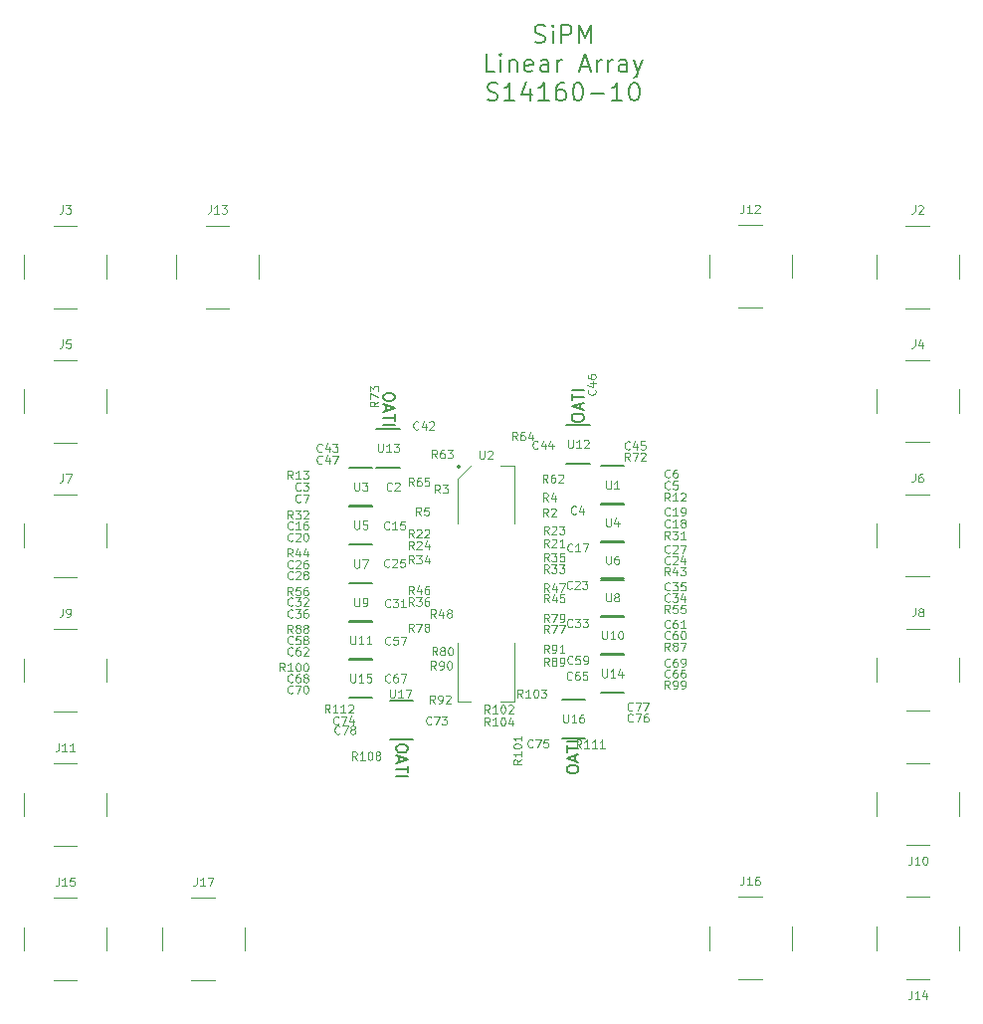
<source format=gbr>
%TF.GenerationSoftware,KiCad,Pcbnew,(6.0.1)*%
%TF.CreationDate,2022-02-22T23:19:08-05:00*%
%TF.ProjectId,sipm-linear-s14160,7369706d-2d6c-4696-9e65-61722d733134,rev?*%
%TF.SameCoordinates,Original*%
%TF.FileFunction,Legend,Top*%
%TF.FilePolarity,Positive*%
%FSLAX46Y46*%
G04 Gerber Fmt 4.6, Leading zero omitted, Abs format (unit mm)*
G04 Created by KiCad (PCBNEW (6.0.1)) date 2022-02-22 23:19:08*
%MOMM*%
%LPD*%
G01*
G04 APERTURE LIST*
%ADD10C,0.127000*%
%ADD11C,0.100000*%
%ADD12C,0.150000*%
%ADD13C,0.120000*%
%ADD14C,0.152400*%
%ADD15C,0.200000*%
G04 APERTURE END LIST*
D10*
X187768857Y-55363217D02*
X187986571Y-55435788D01*
X188349428Y-55435788D01*
X188494571Y-55363217D01*
X188567142Y-55290645D01*
X188639714Y-55145502D01*
X188639714Y-55000360D01*
X188567142Y-54855217D01*
X188494571Y-54782645D01*
X188349428Y-54710074D01*
X188059142Y-54637502D01*
X187914000Y-54564931D01*
X187841428Y-54492360D01*
X187768857Y-54347217D01*
X187768857Y-54202074D01*
X187841428Y-54056931D01*
X187914000Y-53984360D01*
X188059142Y-53911788D01*
X188422000Y-53911788D01*
X188639714Y-53984360D01*
X189292857Y-55435788D02*
X189292857Y-54419788D01*
X189292857Y-53911788D02*
X189220285Y-53984360D01*
X189292857Y-54056931D01*
X189365428Y-53984360D01*
X189292857Y-53911788D01*
X189292857Y-54056931D01*
X190018571Y-55435788D02*
X190018571Y-53911788D01*
X190599142Y-53911788D01*
X190744285Y-53984360D01*
X190816857Y-54056931D01*
X190889428Y-54202074D01*
X190889428Y-54419788D01*
X190816857Y-54564931D01*
X190744285Y-54637502D01*
X190599142Y-54710074D01*
X190018571Y-54710074D01*
X191542571Y-55435788D02*
X191542571Y-53911788D01*
X192050571Y-55000360D01*
X192558571Y-53911788D01*
X192558571Y-55435788D01*
X184358000Y-57889428D02*
X183632285Y-57889428D01*
X183632285Y-56365428D01*
X184866000Y-57889428D02*
X184866000Y-56873428D01*
X184866000Y-56365428D02*
X184793428Y-56438000D01*
X184866000Y-56510571D01*
X184938571Y-56438000D01*
X184866000Y-56365428D01*
X184866000Y-56510571D01*
X185591714Y-56873428D02*
X185591714Y-57889428D01*
X185591714Y-57018571D02*
X185664285Y-56946000D01*
X185809428Y-56873428D01*
X186027142Y-56873428D01*
X186172285Y-56946000D01*
X186244857Y-57091142D01*
X186244857Y-57889428D01*
X187551142Y-57816857D02*
X187406000Y-57889428D01*
X187115714Y-57889428D01*
X186970571Y-57816857D01*
X186898000Y-57671714D01*
X186898000Y-57091142D01*
X186970571Y-56946000D01*
X187115714Y-56873428D01*
X187406000Y-56873428D01*
X187551142Y-56946000D01*
X187623714Y-57091142D01*
X187623714Y-57236285D01*
X186898000Y-57381428D01*
X188930000Y-57889428D02*
X188930000Y-57091142D01*
X188857428Y-56946000D01*
X188712285Y-56873428D01*
X188422000Y-56873428D01*
X188276857Y-56946000D01*
X188930000Y-57816857D02*
X188784857Y-57889428D01*
X188422000Y-57889428D01*
X188276857Y-57816857D01*
X188204285Y-57671714D01*
X188204285Y-57526571D01*
X188276857Y-57381428D01*
X188422000Y-57308857D01*
X188784857Y-57308857D01*
X188930000Y-57236285D01*
X189655714Y-57889428D02*
X189655714Y-56873428D01*
X189655714Y-57163714D02*
X189728285Y-57018571D01*
X189800857Y-56946000D01*
X189946000Y-56873428D01*
X190091142Y-56873428D01*
X191687714Y-57454000D02*
X192413428Y-57454000D01*
X191542571Y-57889428D02*
X192050571Y-56365428D01*
X192558571Y-57889428D01*
X193066571Y-57889428D02*
X193066571Y-56873428D01*
X193066571Y-57163714D02*
X193139142Y-57018571D01*
X193211714Y-56946000D01*
X193356857Y-56873428D01*
X193502000Y-56873428D01*
X194010000Y-57889428D02*
X194010000Y-56873428D01*
X194010000Y-57163714D02*
X194082571Y-57018571D01*
X194155142Y-56946000D01*
X194300285Y-56873428D01*
X194445428Y-56873428D01*
X195606571Y-57889428D02*
X195606571Y-57091142D01*
X195534000Y-56946000D01*
X195388857Y-56873428D01*
X195098571Y-56873428D01*
X194953428Y-56946000D01*
X195606571Y-57816857D02*
X195461428Y-57889428D01*
X195098571Y-57889428D01*
X194953428Y-57816857D01*
X194880857Y-57671714D01*
X194880857Y-57526571D01*
X194953428Y-57381428D01*
X195098571Y-57308857D01*
X195461428Y-57308857D01*
X195606571Y-57236285D01*
X196187142Y-56873428D02*
X196550000Y-57889428D01*
X196912857Y-56873428D02*
X196550000Y-57889428D01*
X196404857Y-58252285D01*
X196332285Y-58324857D01*
X196187142Y-58397428D01*
X183741142Y-60270497D02*
X183958857Y-60343068D01*
X184321714Y-60343068D01*
X184466857Y-60270497D01*
X184539428Y-60197925D01*
X184612000Y-60052782D01*
X184612000Y-59907640D01*
X184539428Y-59762497D01*
X184466857Y-59689925D01*
X184321714Y-59617354D01*
X184031428Y-59544782D01*
X183886285Y-59472211D01*
X183813714Y-59399640D01*
X183741142Y-59254497D01*
X183741142Y-59109354D01*
X183813714Y-58964211D01*
X183886285Y-58891640D01*
X184031428Y-58819068D01*
X184394285Y-58819068D01*
X184612000Y-58891640D01*
X186063428Y-60343068D02*
X185192571Y-60343068D01*
X185628000Y-60343068D02*
X185628000Y-58819068D01*
X185482857Y-59036782D01*
X185337714Y-59181925D01*
X185192571Y-59254497D01*
X187369714Y-59327068D02*
X187369714Y-60343068D01*
X187006857Y-58746497D02*
X186644000Y-59835068D01*
X187587428Y-59835068D01*
X188966285Y-60343068D02*
X188095428Y-60343068D01*
X188530857Y-60343068D02*
X188530857Y-58819068D01*
X188385714Y-59036782D01*
X188240571Y-59181925D01*
X188095428Y-59254497D01*
X190272571Y-58819068D02*
X189982285Y-58819068D01*
X189837142Y-58891640D01*
X189764571Y-58964211D01*
X189619428Y-59181925D01*
X189546857Y-59472211D01*
X189546857Y-60052782D01*
X189619428Y-60197925D01*
X189692000Y-60270497D01*
X189837142Y-60343068D01*
X190127428Y-60343068D01*
X190272571Y-60270497D01*
X190345142Y-60197925D01*
X190417714Y-60052782D01*
X190417714Y-59689925D01*
X190345142Y-59544782D01*
X190272571Y-59472211D01*
X190127428Y-59399640D01*
X189837142Y-59399640D01*
X189692000Y-59472211D01*
X189619428Y-59544782D01*
X189546857Y-59689925D01*
X191361142Y-58819068D02*
X191506285Y-58819068D01*
X191651428Y-58891640D01*
X191724000Y-58964211D01*
X191796571Y-59109354D01*
X191869142Y-59399640D01*
X191869142Y-59762497D01*
X191796571Y-60052782D01*
X191724000Y-60197925D01*
X191651428Y-60270497D01*
X191506285Y-60343068D01*
X191361142Y-60343068D01*
X191216000Y-60270497D01*
X191143428Y-60197925D01*
X191070857Y-60052782D01*
X190998285Y-59762497D01*
X190998285Y-59399640D01*
X191070857Y-59109354D01*
X191143428Y-58964211D01*
X191216000Y-58891640D01*
X191361142Y-58819068D01*
X192522285Y-59762497D02*
X193683428Y-59762497D01*
X195207428Y-60343068D02*
X194336571Y-60343068D01*
X194772000Y-60343068D02*
X194772000Y-58819068D01*
X194626857Y-59036782D01*
X194481714Y-59181925D01*
X194336571Y-59254497D01*
X196150857Y-58819068D02*
X196296000Y-58819068D01*
X196441142Y-58891640D01*
X196513714Y-58964211D01*
X196586285Y-59109354D01*
X196658857Y-59399640D01*
X196658857Y-59762497D01*
X196586285Y-60052782D01*
X196513714Y-60197925D01*
X196441142Y-60270497D01*
X196296000Y-60343068D01*
X196150857Y-60343068D01*
X196005714Y-60270497D01*
X195933142Y-60197925D01*
X195860571Y-60052782D01*
X195788000Y-59762497D01*
X195788000Y-59399640D01*
X195860571Y-59109354D01*
X195933142Y-58964211D01*
X196005714Y-58891640D01*
X196150857Y-58819068D01*
D11*
%TO.C,R35*%
X188950000Y-99516666D02*
X188716666Y-99183333D01*
X188550000Y-99516666D02*
X188550000Y-98816666D01*
X188816666Y-98816666D01*
X188883333Y-98850000D01*
X188916666Y-98883333D01*
X188950000Y-98950000D01*
X188950000Y-99050000D01*
X188916666Y-99116666D01*
X188883333Y-99150000D01*
X188816666Y-99183333D01*
X188550000Y-99183333D01*
X189183333Y-98816666D02*
X189616666Y-98816666D01*
X189383333Y-99083333D01*
X189483333Y-99083333D01*
X189550000Y-99116666D01*
X189583333Y-99150000D01*
X189616666Y-99216666D01*
X189616666Y-99383333D01*
X189583333Y-99450000D01*
X189550000Y-99483333D01*
X189483333Y-99516666D01*
X189283333Y-99516666D01*
X189216666Y-99483333D01*
X189183333Y-99450000D01*
X190250000Y-98816666D02*
X189916666Y-98816666D01*
X189883333Y-99150000D01*
X189916666Y-99116666D01*
X189983333Y-99083333D01*
X190150000Y-99083333D01*
X190216666Y-99116666D01*
X190250000Y-99150000D01*
X190283333Y-99216666D01*
X190283333Y-99383333D01*
X190250000Y-99450000D01*
X190216666Y-99483333D01*
X190150000Y-99516666D01*
X189983333Y-99516666D01*
X189916666Y-99483333D01*
X189883333Y-99450000D01*
%TO.C,R56*%
X167150000Y-102406668D02*
X166916666Y-102073335D01*
X166750000Y-102406668D02*
X166750000Y-101706668D01*
X167016666Y-101706668D01*
X167083333Y-101740002D01*
X167116666Y-101773335D01*
X167150000Y-101840002D01*
X167150000Y-101940002D01*
X167116666Y-102006668D01*
X167083333Y-102040002D01*
X167016666Y-102073335D01*
X166750000Y-102073335D01*
X167783333Y-101706668D02*
X167450000Y-101706668D01*
X167416666Y-102040002D01*
X167450000Y-102006668D01*
X167516666Y-101973335D01*
X167683333Y-101973335D01*
X167750000Y-102006668D01*
X167783333Y-102040002D01*
X167816666Y-102106668D01*
X167816666Y-102273335D01*
X167783333Y-102340002D01*
X167750000Y-102373335D01*
X167683333Y-102406668D01*
X167516666Y-102406668D01*
X167450000Y-102373335D01*
X167416666Y-102340002D01*
X168416666Y-101706668D02*
X168283333Y-101706668D01*
X168216666Y-101740002D01*
X168183333Y-101773335D01*
X168116666Y-101873335D01*
X168083333Y-102006668D01*
X168083333Y-102273335D01*
X168116666Y-102340002D01*
X168150000Y-102373335D01*
X168216666Y-102406668D01*
X168350000Y-102406668D01*
X168416666Y-102373335D01*
X168450000Y-102340002D01*
X168483333Y-102273335D01*
X168483333Y-102106668D01*
X168450000Y-102040002D01*
X168416666Y-102006668D01*
X168350000Y-101973335D01*
X168216666Y-101973335D01*
X168150000Y-102006668D01*
X168116666Y-102040002D01*
X168083333Y-102106668D01*
%TO.C,R100*%
X166483333Y-108866666D02*
X166250000Y-108533333D01*
X166083333Y-108866666D02*
X166083333Y-108166666D01*
X166350000Y-108166666D01*
X166416667Y-108200000D01*
X166450000Y-108233333D01*
X166483333Y-108300000D01*
X166483333Y-108400000D01*
X166450000Y-108466666D01*
X166416667Y-108500000D01*
X166350000Y-108533333D01*
X166083333Y-108533333D01*
X167150000Y-108866666D02*
X166750000Y-108866666D01*
X166950000Y-108866666D02*
X166950000Y-108166666D01*
X166883333Y-108266666D01*
X166816667Y-108333333D01*
X166750000Y-108366666D01*
X167583333Y-108166666D02*
X167650000Y-108166666D01*
X167716667Y-108200000D01*
X167750000Y-108233333D01*
X167783333Y-108300000D01*
X167816667Y-108433333D01*
X167816667Y-108600000D01*
X167783333Y-108733333D01*
X167750000Y-108800000D01*
X167716667Y-108833333D01*
X167650000Y-108866666D01*
X167583333Y-108866666D01*
X167516667Y-108833333D01*
X167483333Y-108800000D01*
X167450000Y-108733333D01*
X167416667Y-108600000D01*
X167416667Y-108433333D01*
X167450000Y-108300000D01*
X167483333Y-108233333D01*
X167516667Y-108200000D01*
X167583333Y-108166666D01*
X168250000Y-108166666D02*
X168316667Y-108166666D01*
X168383333Y-108200000D01*
X168416667Y-108233333D01*
X168450000Y-108300000D01*
X168483333Y-108433333D01*
X168483333Y-108600000D01*
X168450000Y-108733333D01*
X168416667Y-108800000D01*
X168383333Y-108833333D01*
X168316667Y-108866666D01*
X168250000Y-108866666D01*
X168183333Y-108833333D01*
X168150000Y-108800000D01*
X168116667Y-108733333D01*
X168083333Y-108600000D01*
X168083333Y-108433333D01*
X168116667Y-108300000D01*
X168150000Y-108233333D01*
X168183333Y-108200000D01*
X168250000Y-108166666D01*
%TO.C,R2*%
X188883333Y-95716666D02*
X188650000Y-95383333D01*
X188483333Y-95716666D02*
X188483333Y-95016666D01*
X188750000Y-95016666D01*
X188816666Y-95050000D01*
X188850000Y-95083333D01*
X188883333Y-95150000D01*
X188883333Y-95250000D01*
X188850000Y-95316666D01*
X188816666Y-95350000D01*
X188750000Y-95383333D01*
X188483333Y-95383333D01*
X189150000Y-95083333D02*
X189183333Y-95050000D01*
X189250000Y-95016666D01*
X189416666Y-95016666D01*
X189483333Y-95050000D01*
X189516666Y-95083333D01*
X189550000Y-95150000D01*
X189550000Y-95216666D01*
X189516666Y-95316666D01*
X189116666Y-95716666D01*
X189550000Y-95716666D01*
%TO.C,R90*%
X179350000Y-108716666D02*
X179116666Y-108383333D01*
X178950000Y-108716666D02*
X178950000Y-108016666D01*
X179216666Y-108016666D01*
X179283333Y-108050000D01*
X179316666Y-108083333D01*
X179350000Y-108150000D01*
X179350000Y-108250000D01*
X179316666Y-108316666D01*
X179283333Y-108350000D01*
X179216666Y-108383333D01*
X178950000Y-108383333D01*
X179683333Y-108716666D02*
X179816666Y-108716666D01*
X179883333Y-108683333D01*
X179916666Y-108650000D01*
X179983333Y-108550000D01*
X180016666Y-108416666D01*
X180016666Y-108150000D01*
X179983333Y-108083333D01*
X179950000Y-108050000D01*
X179883333Y-108016666D01*
X179750000Y-108016666D01*
X179683333Y-108050000D01*
X179650000Y-108083333D01*
X179616666Y-108150000D01*
X179616666Y-108316666D01*
X179650000Y-108383333D01*
X179683333Y-108416666D01*
X179750000Y-108450000D01*
X179883333Y-108450000D01*
X179950000Y-108416666D01*
X179983333Y-108383333D01*
X180016666Y-108316666D01*
X180450000Y-108016666D02*
X180516666Y-108016666D01*
X180583333Y-108050000D01*
X180616666Y-108083333D01*
X180650000Y-108150000D01*
X180683333Y-108283333D01*
X180683333Y-108450000D01*
X180650000Y-108583333D01*
X180616666Y-108650000D01*
X180583333Y-108683333D01*
X180516666Y-108716666D01*
X180450000Y-108716666D01*
X180383333Y-108683333D01*
X180350000Y-108650000D01*
X180316666Y-108583333D01*
X180283333Y-108450000D01*
X180283333Y-108283333D01*
X180316666Y-108150000D01*
X180350000Y-108083333D01*
X180383333Y-108050000D01*
X180450000Y-108016666D01*
%TO.C,C34*%
X199250000Y-102900000D02*
X199216666Y-102933333D01*
X199116666Y-102966666D01*
X199050000Y-102966666D01*
X198950000Y-102933333D01*
X198883333Y-102866666D01*
X198850000Y-102800000D01*
X198816666Y-102666666D01*
X198816666Y-102566666D01*
X198850000Y-102433333D01*
X198883333Y-102366666D01*
X198950000Y-102300000D01*
X199050000Y-102266666D01*
X199116666Y-102266666D01*
X199216666Y-102300000D01*
X199250000Y-102333333D01*
X199483333Y-102266666D02*
X199916666Y-102266666D01*
X199683333Y-102533333D01*
X199783333Y-102533333D01*
X199850000Y-102566666D01*
X199883333Y-102600000D01*
X199916666Y-102666666D01*
X199916666Y-102833333D01*
X199883333Y-102900000D01*
X199850000Y-102933333D01*
X199783333Y-102966666D01*
X199583333Y-102966666D01*
X199516666Y-102933333D01*
X199483333Y-102900000D01*
X200516666Y-102500000D02*
X200516666Y-102966666D01*
X200350000Y-102233333D02*
X200183333Y-102733333D01*
X200616666Y-102733333D01*
%TO.C,J13*%
X160173333Y-69236666D02*
X160173333Y-69736666D01*
X160140000Y-69836666D01*
X160073333Y-69903333D01*
X159973333Y-69936666D01*
X159906666Y-69936666D01*
X160873333Y-69936666D02*
X160473333Y-69936666D01*
X160673333Y-69936666D02*
X160673333Y-69236666D01*
X160606666Y-69336666D01*
X160540000Y-69403333D01*
X160473333Y-69436666D01*
X161106666Y-69236666D02*
X161540000Y-69236666D01*
X161306666Y-69503333D01*
X161406666Y-69503333D01*
X161473333Y-69536666D01*
X161506666Y-69570000D01*
X161540000Y-69636666D01*
X161540000Y-69803333D01*
X161506666Y-69870000D01*
X161473333Y-69903333D01*
X161406666Y-69936666D01*
X161206666Y-69936666D01*
X161140000Y-69903333D01*
X161106666Y-69870000D01*
%TO.C,U4*%
X193829066Y-95866666D02*
X193829066Y-96433333D01*
X193862400Y-96500000D01*
X193895733Y-96533333D01*
X193962400Y-96566666D01*
X194095733Y-96566666D01*
X194162400Y-96533333D01*
X194195733Y-96500000D01*
X194229066Y-96433333D01*
X194229066Y-95866666D01*
X194862400Y-96100000D02*
X194862400Y-96566666D01*
X194695733Y-95833333D02*
X194529066Y-96333333D01*
X194962400Y-96333333D01*
%TO.C,J6*%
X220106666Y-92088666D02*
X220106666Y-92588666D01*
X220073333Y-92688666D01*
X220006666Y-92755333D01*
X219906666Y-92788666D01*
X219840000Y-92788666D01*
X220740000Y-92088666D02*
X220606666Y-92088666D01*
X220540000Y-92122000D01*
X220506666Y-92155333D01*
X220440000Y-92255333D01*
X220406666Y-92388666D01*
X220406666Y-92655333D01*
X220440000Y-92722000D01*
X220473333Y-92755333D01*
X220540000Y-92788666D01*
X220673333Y-92788666D01*
X220740000Y-92755333D01*
X220773333Y-92722000D01*
X220806666Y-92655333D01*
X220806666Y-92488666D01*
X220773333Y-92422000D01*
X220740000Y-92388666D01*
X220673333Y-92355333D01*
X220540000Y-92355333D01*
X220473333Y-92388666D01*
X220440000Y-92422000D01*
X220406666Y-92488666D01*
%TO.C,C36*%
X167150000Y-104250000D02*
X167116666Y-104283333D01*
X167016666Y-104316666D01*
X166950000Y-104316666D01*
X166850000Y-104283333D01*
X166783333Y-104216666D01*
X166750000Y-104150000D01*
X166716666Y-104016666D01*
X166716666Y-103916666D01*
X166750000Y-103783333D01*
X166783333Y-103716666D01*
X166850000Y-103650000D01*
X166950000Y-103616666D01*
X167016666Y-103616666D01*
X167116666Y-103650000D01*
X167150000Y-103683333D01*
X167383333Y-103616666D02*
X167816666Y-103616666D01*
X167583333Y-103883333D01*
X167683333Y-103883333D01*
X167750000Y-103916666D01*
X167783333Y-103950000D01*
X167816666Y-104016666D01*
X167816666Y-104183333D01*
X167783333Y-104250000D01*
X167750000Y-104283333D01*
X167683333Y-104316666D01*
X167483333Y-104316666D01*
X167416666Y-104283333D01*
X167383333Y-104250000D01*
X168416666Y-103616666D02*
X168283333Y-103616666D01*
X168216666Y-103650000D01*
X168183333Y-103683333D01*
X168116666Y-103783333D01*
X168083333Y-103916666D01*
X168083333Y-104183333D01*
X168116666Y-104250000D01*
X168150000Y-104283333D01*
X168216666Y-104316666D01*
X168350000Y-104316666D01*
X168416666Y-104283333D01*
X168450000Y-104250000D01*
X168483333Y-104183333D01*
X168483333Y-104016666D01*
X168450000Y-103950000D01*
X168416666Y-103916666D01*
X168350000Y-103883333D01*
X168216666Y-103883333D01*
X168150000Y-103916666D01*
X168116666Y-103950000D01*
X168083333Y-104016666D01*
%TO.C,J8*%
X220116666Y-103514666D02*
X220116666Y-104014666D01*
X220083333Y-104114666D01*
X220016666Y-104181333D01*
X219916666Y-104214666D01*
X219850000Y-104214666D01*
X220550000Y-103814666D02*
X220483333Y-103781333D01*
X220450000Y-103748000D01*
X220416666Y-103681333D01*
X220416666Y-103648000D01*
X220450000Y-103581333D01*
X220483333Y-103548000D01*
X220550000Y-103514666D01*
X220683333Y-103514666D01*
X220750000Y-103548000D01*
X220783333Y-103581333D01*
X220816666Y-103648000D01*
X220816666Y-103681333D01*
X220783333Y-103748000D01*
X220750000Y-103781333D01*
X220683333Y-103814666D01*
X220550000Y-103814666D01*
X220483333Y-103848000D01*
X220450000Y-103881333D01*
X220416666Y-103948000D01*
X220416666Y-104081333D01*
X220450000Y-104148000D01*
X220483333Y-104181333D01*
X220550000Y-104214666D01*
X220683333Y-104214666D01*
X220750000Y-104181333D01*
X220783333Y-104148000D01*
X220816666Y-104081333D01*
X220816666Y-103948000D01*
X220783333Y-103881333D01*
X220750000Y-103848000D01*
X220683333Y-103814666D01*
%TO.C,R77*%
X188950000Y-105616666D02*
X188716666Y-105283333D01*
X188550000Y-105616666D02*
X188550000Y-104916666D01*
X188816666Y-104916666D01*
X188883333Y-104950000D01*
X188916666Y-104983333D01*
X188950000Y-105050000D01*
X188950000Y-105150000D01*
X188916666Y-105216666D01*
X188883333Y-105250000D01*
X188816666Y-105283333D01*
X188550000Y-105283333D01*
X189183333Y-104916666D02*
X189650000Y-104916666D01*
X189350000Y-105616666D01*
X189850000Y-104916666D02*
X190316666Y-104916666D01*
X190016666Y-105616666D01*
%TO.C,R87*%
X199250000Y-107126666D02*
X199016666Y-106793333D01*
X198850000Y-107126666D02*
X198850000Y-106426666D01*
X199116666Y-106426666D01*
X199183333Y-106460000D01*
X199216666Y-106493333D01*
X199250000Y-106560000D01*
X199250000Y-106660000D01*
X199216666Y-106726666D01*
X199183333Y-106760000D01*
X199116666Y-106793333D01*
X198850000Y-106793333D01*
X199650000Y-106726666D02*
X199583333Y-106693333D01*
X199550000Y-106660000D01*
X199516666Y-106593333D01*
X199516666Y-106560000D01*
X199550000Y-106493333D01*
X199583333Y-106460000D01*
X199650000Y-106426666D01*
X199783333Y-106426666D01*
X199850000Y-106460000D01*
X199883333Y-106493333D01*
X199916666Y-106560000D01*
X199916666Y-106593333D01*
X199883333Y-106660000D01*
X199850000Y-106693333D01*
X199783333Y-106726666D01*
X199650000Y-106726666D01*
X199583333Y-106760000D01*
X199550000Y-106793333D01*
X199516666Y-106860000D01*
X199516666Y-106993333D01*
X199550000Y-107060000D01*
X199583333Y-107093333D01*
X199650000Y-107126666D01*
X199783333Y-107126666D01*
X199850000Y-107093333D01*
X199883333Y-107060000D01*
X199916666Y-106993333D01*
X199916666Y-106860000D01*
X199883333Y-106793333D01*
X199850000Y-106760000D01*
X199783333Y-106726666D01*
X200150000Y-106426666D02*
X200616666Y-106426666D01*
X200316666Y-107126666D01*
%TO.C,C32*%
X167150000Y-103240002D02*
X167116666Y-103273335D01*
X167016666Y-103306668D01*
X166950000Y-103306668D01*
X166850000Y-103273335D01*
X166783333Y-103206668D01*
X166750000Y-103140002D01*
X166716666Y-103006668D01*
X166716666Y-102906668D01*
X166750000Y-102773335D01*
X166783333Y-102706668D01*
X166850000Y-102640002D01*
X166950000Y-102606668D01*
X167016666Y-102606668D01*
X167116666Y-102640002D01*
X167150000Y-102673335D01*
X167383333Y-102606668D02*
X167816666Y-102606668D01*
X167583333Y-102873335D01*
X167683333Y-102873335D01*
X167750000Y-102906668D01*
X167783333Y-102940002D01*
X167816666Y-103006668D01*
X167816666Y-103173335D01*
X167783333Y-103240002D01*
X167750000Y-103273335D01*
X167683333Y-103306668D01*
X167483333Y-103306668D01*
X167416666Y-103273335D01*
X167383333Y-103240002D01*
X168083333Y-102673335D02*
X168116666Y-102640002D01*
X168183333Y-102606668D01*
X168350000Y-102606668D01*
X168416666Y-102640002D01*
X168450000Y-102673335D01*
X168483333Y-102740002D01*
X168483333Y-102806668D01*
X168450000Y-102906668D01*
X168050000Y-103306668D01*
X168483333Y-103306668D01*
%TO.C,R112*%
X170316666Y-112416666D02*
X170083333Y-112083333D01*
X169916666Y-112416666D02*
X169916666Y-111716666D01*
X170183333Y-111716666D01*
X170250000Y-111750000D01*
X170283333Y-111783333D01*
X170316666Y-111850000D01*
X170316666Y-111950000D01*
X170283333Y-112016666D01*
X170250000Y-112050000D01*
X170183333Y-112083333D01*
X169916666Y-112083333D01*
X170983333Y-112416666D02*
X170583333Y-112416666D01*
X170783333Y-112416666D02*
X170783333Y-111716666D01*
X170716666Y-111816666D01*
X170650000Y-111883333D01*
X170583333Y-111916666D01*
X171650000Y-112416666D02*
X171250000Y-112416666D01*
X171450000Y-112416666D02*
X171450000Y-111716666D01*
X171383333Y-111816666D01*
X171316666Y-111883333D01*
X171250000Y-111916666D01*
X171916666Y-111783333D02*
X171950000Y-111750000D01*
X172016666Y-111716666D01*
X172183333Y-111716666D01*
X172250000Y-111750000D01*
X172283333Y-111783333D01*
X172316666Y-111850000D01*
X172316666Y-111916666D01*
X172283333Y-112016666D01*
X171883333Y-112416666D01*
X172316666Y-112416666D01*
%TO.C,R89*%
X188950000Y-108416666D02*
X188716666Y-108083333D01*
X188550000Y-108416666D02*
X188550000Y-107716666D01*
X188816666Y-107716666D01*
X188883333Y-107750000D01*
X188916666Y-107783333D01*
X188950000Y-107850000D01*
X188950000Y-107950000D01*
X188916666Y-108016666D01*
X188883333Y-108050000D01*
X188816666Y-108083333D01*
X188550000Y-108083333D01*
X189350000Y-108016666D02*
X189283333Y-107983333D01*
X189250000Y-107950000D01*
X189216666Y-107883333D01*
X189216666Y-107850000D01*
X189250000Y-107783333D01*
X189283333Y-107750000D01*
X189350000Y-107716666D01*
X189483333Y-107716666D01*
X189550000Y-107750000D01*
X189583333Y-107783333D01*
X189616666Y-107850000D01*
X189616666Y-107883333D01*
X189583333Y-107950000D01*
X189550000Y-107983333D01*
X189483333Y-108016666D01*
X189350000Y-108016666D01*
X189283333Y-108050000D01*
X189250000Y-108083333D01*
X189216666Y-108150000D01*
X189216666Y-108283333D01*
X189250000Y-108350000D01*
X189283333Y-108383333D01*
X189350000Y-108416666D01*
X189483333Y-108416666D01*
X189550000Y-108383333D01*
X189583333Y-108350000D01*
X189616666Y-108283333D01*
X189616666Y-108150000D01*
X189583333Y-108083333D01*
X189550000Y-108050000D01*
X189483333Y-108016666D01*
X189950000Y-108416666D02*
X190083333Y-108416666D01*
X190150000Y-108383333D01*
X190183333Y-108350000D01*
X190250000Y-108250000D01*
X190283333Y-108116666D01*
X190283333Y-107850000D01*
X190250000Y-107783333D01*
X190216666Y-107750000D01*
X190150000Y-107716666D01*
X190016666Y-107716666D01*
X189950000Y-107750000D01*
X189916666Y-107783333D01*
X189883333Y-107850000D01*
X189883333Y-108016666D01*
X189916666Y-108083333D01*
X189950000Y-108116666D01*
X190016666Y-108150000D01*
X190150000Y-108150000D01*
X190216666Y-108116666D01*
X190250000Y-108083333D01*
X190283333Y-108016666D01*
%TO.C,J9*%
X147576666Y-103544666D02*
X147576666Y-104044666D01*
X147543333Y-104144666D01*
X147476666Y-104211333D01*
X147376666Y-104244666D01*
X147310000Y-104244666D01*
X147943333Y-104244666D02*
X148076666Y-104244666D01*
X148143333Y-104211333D01*
X148176666Y-104178000D01*
X148243333Y-104078000D01*
X148276666Y-103944666D01*
X148276666Y-103678000D01*
X148243333Y-103611333D01*
X148210000Y-103578000D01*
X148143333Y-103544666D01*
X148010000Y-103544666D01*
X147943333Y-103578000D01*
X147910000Y-103611333D01*
X147876666Y-103678000D01*
X147876666Y-103844666D01*
X147910000Y-103911333D01*
X147943333Y-103944666D01*
X148010000Y-103978000D01*
X148143333Y-103978000D01*
X148210000Y-103944666D01*
X148243333Y-103911333D01*
X148276666Y-103844666D01*
%TO.C,C7*%
X167816666Y-94440002D02*
X167783333Y-94473335D01*
X167683333Y-94506668D01*
X167616666Y-94506668D01*
X167516666Y-94473335D01*
X167449999Y-94406668D01*
X167416666Y-94340002D01*
X167383333Y-94206668D01*
X167383333Y-94106668D01*
X167416666Y-93973335D01*
X167449999Y-93906668D01*
X167516666Y-93840002D01*
X167616666Y-93806668D01*
X167683333Y-93806668D01*
X167783333Y-93840002D01*
X167816666Y-93873335D01*
X168049999Y-93806668D02*
X168516666Y-93806668D01*
X168216666Y-94506668D01*
%TO.C,R111*%
X191716666Y-115416666D02*
X191483333Y-115083333D01*
X191316666Y-115416666D02*
X191316666Y-114716666D01*
X191583333Y-114716666D01*
X191650000Y-114750000D01*
X191683333Y-114783333D01*
X191716666Y-114850000D01*
X191716666Y-114950000D01*
X191683333Y-115016666D01*
X191650000Y-115050000D01*
X191583333Y-115083333D01*
X191316666Y-115083333D01*
X192383333Y-115416666D02*
X191983333Y-115416666D01*
X192183333Y-115416666D02*
X192183333Y-114716666D01*
X192116666Y-114816666D01*
X192050000Y-114883333D01*
X191983333Y-114916666D01*
X193050000Y-115416666D02*
X192650000Y-115416666D01*
X192850000Y-115416666D02*
X192850000Y-114716666D01*
X192783333Y-114816666D01*
X192716666Y-114883333D01*
X192650000Y-114916666D01*
X193716666Y-115416666D02*
X193316666Y-115416666D01*
X193516666Y-115416666D02*
X193516666Y-114716666D01*
X193450000Y-114816666D01*
X193383333Y-114883333D01*
X193316666Y-114916666D01*
%TO.C,R5*%
X178083333Y-95616666D02*
X177850000Y-95283333D01*
X177683333Y-95616666D02*
X177683333Y-94916666D01*
X177950000Y-94916666D01*
X178016666Y-94950000D01*
X178050000Y-94983333D01*
X178083333Y-95050000D01*
X178083333Y-95150000D01*
X178050000Y-95216666D01*
X178016666Y-95250000D01*
X177950000Y-95283333D01*
X177683333Y-95283333D01*
X178716666Y-94916666D02*
X178383333Y-94916666D01*
X178350000Y-95250000D01*
X178383333Y-95216666D01*
X178450000Y-95183333D01*
X178616666Y-95183333D01*
X178683333Y-95216666D01*
X178716666Y-95250000D01*
X178750000Y-95316666D01*
X178750000Y-95483333D01*
X178716666Y-95550000D01*
X178683333Y-95583333D01*
X178616666Y-95616666D01*
X178450000Y-95616666D01*
X178383333Y-95583333D01*
X178350000Y-95550000D01*
%TO.C,U10*%
X193495733Y-105446666D02*
X193495733Y-106013333D01*
X193529066Y-106080000D01*
X193562400Y-106113333D01*
X193629066Y-106146666D01*
X193762400Y-106146666D01*
X193829066Y-106113333D01*
X193862400Y-106080000D01*
X193895733Y-106013333D01*
X193895733Y-105446666D01*
X194595733Y-106146666D02*
X194195733Y-106146666D01*
X194395733Y-106146666D02*
X194395733Y-105446666D01*
X194329066Y-105546666D01*
X194262400Y-105613333D01*
X194195733Y-105646666D01*
X195029066Y-105446666D02*
X195095733Y-105446666D01*
X195162400Y-105480000D01*
X195195733Y-105513333D01*
X195229066Y-105580000D01*
X195262400Y-105713333D01*
X195262400Y-105880000D01*
X195229066Y-106013333D01*
X195195733Y-106080000D01*
X195162400Y-106113333D01*
X195095733Y-106146666D01*
X195029066Y-106146666D01*
X194962400Y-106113333D01*
X194929066Y-106080000D01*
X194895733Y-106013333D01*
X194862400Y-105880000D01*
X194862400Y-105713333D01*
X194895733Y-105580000D01*
X194929066Y-105513333D01*
X194962400Y-105480000D01*
X195029066Y-105446666D01*
%TO.C,C20*%
X167150000Y-97750000D02*
X167116666Y-97783333D01*
X167016666Y-97816666D01*
X166950000Y-97816666D01*
X166850000Y-97783333D01*
X166783333Y-97716666D01*
X166750000Y-97650000D01*
X166716666Y-97516666D01*
X166716666Y-97416666D01*
X166750000Y-97283333D01*
X166783333Y-97216666D01*
X166850000Y-97150000D01*
X166950000Y-97116666D01*
X167016666Y-97116666D01*
X167116666Y-97150000D01*
X167150000Y-97183333D01*
X167416666Y-97183333D02*
X167450000Y-97150000D01*
X167516666Y-97116666D01*
X167683333Y-97116666D01*
X167750000Y-97150000D01*
X167783333Y-97183333D01*
X167816666Y-97250000D01*
X167816666Y-97316666D01*
X167783333Y-97416666D01*
X167383333Y-97816666D01*
X167816666Y-97816666D01*
X168250000Y-97116666D02*
X168316666Y-97116666D01*
X168383333Y-97150000D01*
X168416666Y-97183333D01*
X168450000Y-97250000D01*
X168483333Y-97383333D01*
X168483333Y-97550000D01*
X168450000Y-97683333D01*
X168416666Y-97750000D01*
X168383333Y-97783333D01*
X168316666Y-97816666D01*
X168250000Y-97816666D01*
X168183333Y-97783333D01*
X168150000Y-97750000D01*
X168116666Y-97683333D01*
X168083333Y-97550000D01*
X168083333Y-97383333D01*
X168116666Y-97250000D01*
X168150000Y-97183333D01*
X168183333Y-97150000D01*
X168250000Y-97116666D01*
%TO.C,U3*%
X172421466Y-92806668D02*
X172421466Y-93373335D01*
X172454800Y-93440002D01*
X172488133Y-93473335D01*
X172554800Y-93506668D01*
X172688133Y-93506668D01*
X172754800Y-93473335D01*
X172788133Y-93440002D01*
X172821466Y-93373335D01*
X172821466Y-92806668D01*
X173088133Y-92806668D02*
X173521466Y-92806668D01*
X173288133Y-93073335D01*
X173388133Y-93073335D01*
X173454800Y-93106668D01*
X173488133Y-93140002D01*
X173521466Y-93206668D01*
X173521466Y-93373335D01*
X173488133Y-93440002D01*
X173454800Y-93473335D01*
X173388133Y-93506668D01*
X173188133Y-93506668D01*
X173121466Y-93473335D01*
X173088133Y-93440002D01*
%TO.C,C47*%
X169650000Y-91150000D02*
X169616666Y-91183333D01*
X169516666Y-91216666D01*
X169450000Y-91216666D01*
X169350000Y-91183333D01*
X169283333Y-91116666D01*
X169250000Y-91050000D01*
X169216666Y-90916666D01*
X169216666Y-90816666D01*
X169250000Y-90683333D01*
X169283333Y-90616666D01*
X169350000Y-90550000D01*
X169450000Y-90516666D01*
X169516666Y-90516666D01*
X169616666Y-90550000D01*
X169650000Y-90583333D01*
X170250000Y-90750000D02*
X170250000Y-91216666D01*
X170083333Y-90483333D02*
X169916666Y-90983333D01*
X170350000Y-90983333D01*
X170550000Y-90516666D02*
X171016666Y-90516666D01*
X170716666Y-91216666D01*
%TO.C,C15*%
X175375000Y-96750000D02*
X175341666Y-96783333D01*
X175241666Y-96816666D01*
X175175000Y-96816666D01*
X175075000Y-96783333D01*
X175008333Y-96716666D01*
X174975000Y-96650000D01*
X174941666Y-96516666D01*
X174941666Y-96416666D01*
X174975000Y-96283333D01*
X175008333Y-96216666D01*
X175075000Y-96150000D01*
X175175000Y-96116666D01*
X175241666Y-96116666D01*
X175341666Y-96150000D01*
X175375000Y-96183333D01*
X176041666Y-96816666D02*
X175641666Y-96816666D01*
X175841666Y-96816666D02*
X175841666Y-96116666D01*
X175775000Y-96216666D01*
X175708333Y-96283333D01*
X175641666Y-96316666D01*
X176675000Y-96116666D02*
X176341666Y-96116666D01*
X176308333Y-96450000D01*
X176341666Y-96416666D01*
X176408333Y-96383333D01*
X176575000Y-96383333D01*
X176641666Y-96416666D01*
X176675000Y-96450000D01*
X176708333Y-96516666D01*
X176708333Y-96683333D01*
X176675000Y-96750000D01*
X176641666Y-96783333D01*
X176575000Y-96816666D01*
X176408333Y-96816666D01*
X176341666Y-96783333D01*
X176308333Y-96750000D01*
%TO.C,R80*%
X179450000Y-107516666D02*
X179216666Y-107183333D01*
X179050000Y-107516666D02*
X179050000Y-106816666D01*
X179316666Y-106816666D01*
X179383333Y-106850000D01*
X179416666Y-106883333D01*
X179450000Y-106950000D01*
X179450000Y-107050000D01*
X179416666Y-107116666D01*
X179383333Y-107150000D01*
X179316666Y-107183333D01*
X179050000Y-107183333D01*
X179850000Y-107116666D02*
X179783333Y-107083333D01*
X179750000Y-107050000D01*
X179716666Y-106983333D01*
X179716666Y-106950000D01*
X179750000Y-106883333D01*
X179783333Y-106850000D01*
X179850000Y-106816666D01*
X179983333Y-106816666D01*
X180050000Y-106850000D01*
X180083333Y-106883333D01*
X180116666Y-106950000D01*
X180116666Y-106983333D01*
X180083333Y-107050000D01*
X180050000Y-107083333D01*
X179983333Y-107116666D01*
X179850000Y-107116666D01*
X179783333Y-107150000D01*
X179750000Y-107183333D01*
X179716666Y-107250000D01*
X179716666Y-107383333D01*
X179750000Y-107450000D01*
X179783333Y-107483333D01*
X179850000Y-107516666D01*
X179983333Y-107516666D01*
X180050000Y-107483333D01*
X180083333Y-107450000D01*
X180116666Y-107383333D01*
X180116666Y-107250000D01*
X180083333Y-107183333D01*
X180050000Y-107150000D01*
X179983333Y-107116666D01*
X180550000Y-106816666D02*
X180616666Y-106816666D01*
X180683333Y-106850000D01*
X180716666Y-106883333D01*
X180750000Y-106950000D01*
X180783333Y-107083333D01*
X180783333Y-107250000D01*
X180750000Y-107383333D01*
X180716666Y-107450000D01*
X180683333Y-107483333D01*
X180616666Y-107516666D01*
X180550000Y-107516666D01*
X180483333Y-107483333D01*
X180450000Y-107450000D01*
X180416666Y-107383333D01*
X180383333Y-107250000D01*
X180383333Y-107083333D01*
X180416666Y-106950000D01*
X180450000Y-106883333D01*
X180483333Y-106850000D01*
X180550000Y-106816666D01*
%TO.C,C46*%
X192884999Y-84935000D02*
X192918332Y-84968333D01*
X192951665Y-85068333D01*
X192951665Y-85135000D01*
X192918332Y-85235000D01*
X192851665Y-85301666D01*
X192784999Y-85335000D01*
X192651665Y-85368333D01*
X192551665Y-85368333D01*
X192418332Y-85335000D01*
X192351665Y-85301666D01*
X192284999Y-85235000D01*
X192251665Y-85135000D01*
X192251665Y-85068333D01*
X192284999Y-84968333D01*
X192318332Y-84935000D01*
X192484999Y-84335000D02*
X192951665Y-84335000D01*
X192218332Y-84501666D02*
X192718332Y-84668333D01*
X192718332Y-84235000D01*
X192251665Y-83668333D02*
X192251665Y-83801666D01*
X192284999Y-83868333D01*
X192318332Y-83901666D01*
X192418332Y-83968333D01*
X192551665Y-84001666D01*
X192818332Y-84001666D01*
X192884999Y-83968333D01*
X192918332Y-83935000D01*
X192951665Y-83868333D01*
X192951665Y-83735000D01*
X192918332Y-83668333D01*
X192884999Y-83635000D01*
X192818332Y-83601666D01*
X192651665Y-83601666D01*
X192584999Y-83635000D01*
X192551665Y-83668333D01*
X192518332Y-83735000D01*
X192518332Y-83868333D01*
X192551665Y-83935000D01*
X192584999Y-83968333D01*
X192651665Y-84001666D01*
%TO.C,C23*%
X190907400Y-101810000D02*
X190874066Y-101843333D01*
X190774066Y-101876666D01*
X190707400Y-101876666D01*
X190607400Y-101843333D01*
X190540733Y-101776666D01*
X190507400Y-101710000D01*
X190474066Y-101576666D01*
X190474066Y-101476666D01*
X190507400Y-101343333D01*
X190540733Y-101276666D01*
X190607400Y-101210000D01*
X190707400Y-101176666D01*
X190774066Y-101176666D01*
X190874066Y-101210000D01*
X190907400Y-101243333D01*
X191174066Y-101243333D02*
X191207400Y-101210000D01*
X191274066Y-101176666D01*
X191440733Y-101176666D01*
X191507400Y-101210000D01*
X191540733Y-101243333D01*
X191574066Y-101310000D01*
X191574066Y-101376666D01*
X191540733Y-101476666D01*
X191140733Y-101876666D01*
X191574066Y-101876666D01*
X191807400Y-101176666D02*
X192240733Y-101176666D01*
X192007400Y-101443333D01*
X192107400Y-101443333D01*
X192174066Y-101476666D01*
X192207400Y-101510000D01*
X192240733Y-101576666D01*
X192240733Y-101743333D01*
X192207400Y-101810000D01*
X192174066Y-101843333D01*
X192107400Y-101876666D01*
X191907400Y-101876666D01*
X191840733Y-101843333D01*
X191807400Y-101810000D01*
%TO.C,C2*%
X175583333Y-93450000D02*
X175550000Y-93483333D01*
X175450000Y-93516666D01*
X175383333Y-93516666D01*
X175283333Y-93483333D01*
X175216666Y-93416666D01*
X175183333Y-93350000D01*
X175150000Y-93216666D01*
X175150000Y-93116666D01*
X175183333Y-92983333D01*
X175216666Y-92916666D01*
X175283333Y-92850000D01*
X175383333Y-92816666D01*
X175450000Y-92816666D01*
X175550000Y-92850000D01*
X175583333Y-92883333D01*
X175850000Y-92883333D02*
X175883333Y-92850000D01*
X175950000Y-92816666D01*
X176116666Y-92816666D01*
X176183333Y-92850000D01*
X176216666Y-92883333D01*
X176250000Y-92950000D01*
X176250000Y-93016666D01*
X176216666Y-93116666D01*
X175816666Y-93516666D01*
X176250000Y-93516666D01*
%TO.C,R91*%
X188950000Y-107316666D02*
X188716666Y-106983333D01*
X188550000Y-107316666D02*
X188550000Y-106616666D01*
X188816666Y-106616666D01*
X188883333Y-106650000D01*
X188916666Y-106683333D01*
X188950000Y-106750000D01*
X188950000Y-106850000D01*
X188916666Y-106916666D01*
X188883333Y-106950000D01*
X188816666Y-106983333D01*
X188550000Y-106983333D01*
X189283333Y-107316666D02*
X189416666Y-107316666D01*
X189483333Y-107283333D01*
X189516666Y-107250000D01*
X189583333Y-107150000D01*
X189616666Y-107016666D01*
X189616666Y-106750000D01*
X189583333Y-106683333D01*
X189550000Y-106650000D01*
X189483333Y-106616666D01*
X189350000Y-106616666D01*
X189283333Y-106650000D01*
X189250000Y-106683333D01*
X189216666Y-106750000D01*
X189216666Y-106916666D01*
X189250000Y-106983333D01*
X189283333Y-107016666D01*
X189350000Y-107050000D01*
X189483333Y-107050000D01*
X189550000Y-107016666D01*
X189583333Y-106983333D01*
X189616666Y-106916666D01*
X190283333Y-107316666D02*
X189883333Y-107316666D01*
X190083333Y-107316666D02*
X190083333Y-106616666D01*
X190016666Y-106716666D01*
X189950000Y-106783333D01*
X189883333Y-106816666D01*
%TO.C,U11*%
X172088133Y-105876666D02*
X172088133Y-106443333D01*
X172121466Y-106510000D01*
X172154800Y-106543333D01*
X172221466Y-106576666D01*
X172354800Y-106576666D01*
X172421466Y-106543333D01*
X172454800Y-106510000D01*
X172488133Y-106443333D01*
X172488133Y-105876666D01*
X173188133Y-106576666D02*
X172788133Y-106576666D01*
X172988133Y-106576666D02*
X172988133Y-105876666D01*
X172921466Y-105976666D01*
X172854800Y-106043333D01*
X172788133Y-106076666D01*
X173854800Y-106576666D02*
X173454800Y-106576666D01*
X173654800Y-106576666D02*
X173654800Y-105876666D01*
X173588133Y-105976666D01*
X173521466Y-106043333D01*
X173454800Y-106076666D01*
%TO.C,R13*%
X167150000Y-92516666D02*
X166916666Y-92183333D01*
X166750000Y-92516666D02*
X166750000Y-91816666D01*
X167016666Y-91816666D01*
X167083333Y-91850000D01*
X167116666Y-91883333D01*
X167150000Y-91950000D01*
X167150000Y-92050000D01*
X167116666Y-92116666D01*
X167083333Y-92150000D01*
X167016666Y-92183333D01*
X166750000Y-92183333D01*
X167816666Y-92516666D02*
X167416666Y-92516666D01*
X167616666Y-92516666D02*
X167616666Y-91816666D01*
X167550000Y-91916666D01*
X167483333Y-91983333D01*
X167416666Y-92016666D01*
X168050000Y-91816666D02*
X168483333Y-91816666D01*
X168250000Y-92083333D01*
X168350000Y-92083333D01*
X168416666Y-92116666D01*
X168450000Y-92150000D01*
X168483333Y-92216666D01*
X168483333Y-92383333D01*
X168450000Y-92450000D01*
X168416666Y-92483333D01*
X168350000Y-92516666D01*
X168150000Y-92516666D01*
X168083333Y-92483333D01*
X168050000Y-92450000D01*
%TO.C,R12*%
X199250000Y-94396666D02*
X199016666Y-94063333D01*
X198850000Y-94396666D02*
X198850000Y-93696666D01*
X199116666Y-93696666D01*
X199183333Y-93730000D01*
X199216666Y-93763333D01*
X199250000Y-93830000D01*
X199250000Y-93930000D01*
X199216666Y-93996666D01*
X199183333Y-94030000D01*
X199116666Y-94063333D01*
X198850000Y-94063333D01*
X199916666Y-94396666D02*
X199516666Y-94396666D01*
X199716666Y-94396666D02*
X199716666Y-93696666D01*
X199650000Y-93796666D01*
X199583333Y-93863333D01*
X199516666Y-93896666D01*
X200183333Y-93763333D02*
X200216666Y-93730000D01*
X200283333Y-93696666D01*
X200450000Y-93696666D01*
X200516666Y-93730000D01*
X200550000Y-93763333D01*
X200583333Y-93830000D01*
X200583333Y-93896666D01*
X200550000Y-93996666D01*
X200150000Y-94396666D01*
X200583333Y-94396666D01*
%TO.C,C6*%
X199250000Y-92330000D02*
X199216667Y-92363333D01*
X199116667Y-92396666D01*
X199050000Y-92396666D01*
X198950000Y-92363333D01*
X198883333Y-92296666D01*
X198850000Y-92230000D01*
X198816667Y-92096666D01*
X198816667Y-91996666D01*
X198850000Y-91863333D01*
X198883333Y-91796666D01*
X198950000Y-91730000D01*
X199050000Y-91696666D01*
X199116667Y-91696666D01*
X199216667Y-91730000D01*
X199250000Y-91763333D01*
X199850000Y-91696666D02*
X199716667Y-91696666D01*
X199650000Y-91730000D01*
X199616667Y-91763333D01*
X199550000Y-91863333D01*
X199516667Y-91996666D01*
X199516667Y-92263333D01*
X199550000Y-92330000D01*
X199583333Y-92363333D01*
X199650000Y-92396666D01*
X199783333Y-92396666D01*
X199850000Y-92363333D01*
X199883333Y-92330000D01*
X199916667Y-92263333D01*
X199916667Y-92096666D01*
X199883333Y-92030000D01*
X199850000Y-91996666D01*
X199783333Y-91963333D01*
X199650000Y-91963333D01*
X199583333Y-91996666D01*
X199550000Y-92030000D01*
X199516667Y-92096666D01*
%TO.C,C78*%
X171150000Y-114150000D02*
X171116666Y-114183333D01*
X171016666Y-114216666D01*
X170950000Y-114216666D01*
X170850000Y-114183333D01*
X170783333Y-114116666D01*
X170750000Y-114050000D01*
X170716666Y-113916666D01*
X170716666Y-113816666D01*
X170750000Y-113683333D01*
X170783333Y-113616666D01*
X170850000Y-113550000D01*
X170950000Y-113516666D01*
X171016666Y-113516666D01*
X171116666Y-113550000D01*
X171150000Y-113583333D01*
X171383333Y-113516666D02*
X171850000Y-113516666D01*
X171550000Y-114216666D01*
X172216666Y-113816666D02*
X172150000Y-113783333D01*
X172116666Y-113750000D01*
X172083333Y-113683333D01*
X172083333Y-113650000D01*
X172116666Y-113583333D01*
X172150000Y-113550000D01*
X172216666Y-113516666D01*
X172350000Y-113516666D01*
X172416666Y-113550000D01*
X172450000Y-113583333D01*
X172483333Y-113650000D01*
X172483333Y-113683333D01*
X172450000Y-113750000D01*
X172416666Y-113783333D01*
X172350000Y-113816666D01*
X172216666Y-113816666D01*
X172150000Y-113850000D01*
X172116666Y-113883333D01*
X172083333Y-113950000D01*
X172083333Y-114083333D01*
X172116666Y-114150000D01*
X172150000Y-114183333D01*
X172216666Y-114216666D01*
X172350000Y-114216666D01*
X172416666Y-114183333D01*
X172450000Y-114150000D01*
X172483333Y-114083333D01*
X172483333Y-113950000D01*
X172450000Y-113883333D01*
X172416666Y-113850000D01*
X172350000Y-113816666D01*
%TO.C,U14*%
X193495733Y-108696666D02*
X193495733Y-109263333D01*
X193529066Y-109330000D01*
X193562400Y-109363333D01*
X193629066Y-109396666D01*
X193762400Y-109396666D01*
X193829066Y-109363333D01*
X193862400Y-109330000D01*
X193895733Y-109263333D01*
X193895733Y-108696666D01*
X194595733Y-109396666D02*
X194195733Y-109396666D01*
X194395733Y-109396666D02*
X194395733Y-108696666D01*
X194329066Y-108796666D01*
X194262400Y-108863333D01*
X194195733Y-108896666D01*
X195195733Y-108930000D02*
X195195733Y-109396666D01*
X195029066Y-108663333D02*
X194862400Y-109163333D01*
X195295733Y-109163333D01*
%TO.C,R4*%
X188883333Y-94416666D02*
X188650000Y-94083333D01*
X188483333Y-94416666D02*
X188483333Y-93716666D01*
X188750000Y-93716666D01*
X188816666Y-93750000D01*
X188850000Y-93783333D01*
X188883333Y-93850000D01*
X188883333Y-93950000D01*
X188850000Y-94016666D01*
X188816666Y-94050000D01*
X188750000Y-94083333D01*
X188483333Y-94083333D01*
X189483333Y-93950000D02*
X189483333Y-94416666D01*
X189316666Y-93683333D02*
X189150000Y-94183333D01*
X189583333Y-94183333D01*
%TO.C,R102*%
X183916666Y-112446666D02*
X183683333Y-112113333D01*
X183516666Y-112446666D02*
X183516666Y-111746666D01*
X183783333Y-111746666D01*
X183850000Y-111780000D01*
X183883333Y-111813333D01*
X183916666Y-111880000D01*
X183916666Y-111980000D01*
X183883333Y-112046666D01*
X183850000Y-112080000D01*
X183783333Y-112113333D01*
X183516666Y-112113333D01*
X184583333Y-112446666D02*
X184183333Y-112446666D01*
X184383333Y-112446666D02*
X184383333Y-111746666D01*
X184316666Y-111846666D01*
X184250000Y-111913333D01*
X184183333Y-111946666D01*
X185016666Y-111746666D02*
X185083333Y-111746666D01*
X185150000Y-111780000D01*
X185183333Y-111813333D01*
X185216666Y-111880000D01*
X185250000Y-112013333D01*
X185250000Y-112180000D01*
X185216666Y-112313333D01*
X185183333Y-112380000D01*
X185150000Y-112413333D01*
X185083333Y-112446666D01*
X185016666Y-112446666D01*
X184950000Y-112413333D01*
X184916666Y-112380000D01*
X184883333Y-112313333D01*
X184850000Y-112180000D01*
X184850000Y-112013333D01*
X184883333Y-111880000D01*
X184916666Y-111813333D01*
X184950000Y-111780000D01*
X185016666Y-111746666D01*
X185516666Y-111813333D02*
X185550000Y-111780000D01*
X185616666Y-111746666D01*
X185783333Y-111746666D01*
X185850000Y-111780000D01*
X185883333Y-111813333D01*
X185916666Y-111880000D01*
X185916666Y-111946666D01*
X185883333Y-112046666D01*
X185483333Y-112446666D01*
X185916666Y-112446666D01*
%TO.C,U5*%
X172421466Y-96090001D02*
X172421466Y-96656668D01*
X172454800Y-96723335D01*
X172488133Y-96756668D01*
X172554800Y-96790001D01*
X172688133Y-96790001D01*
X172754800Y-96756668D01*
X172788133Y-96723335D01*
X172821466Y-96656668D01*
X172821466Y-96090001D01*
X173488133Y-96090001D02*
X173154800Y-96090001D01*
X173121466Y-96423335D01*
X173154800Y-96390001D01*
X173221466Y-96356668D01*
X173388133Y-96356668D01*
X173454800Y-96390001D01*
X173488133Y-96423335D01*
X173521466Y-96490001D01*
X173521466Y-96656668D01*
X173488133Y-96723335D01*
X173454800Y-96756668D01*
X173388133Y-96790001D01*
X173221466Y-96790001D01*
X173154800Y-96756668D01*
X173121466Y-96723335D01*
%TO.C,C18*%
X199250000Y-96580000D02*
X199216666Y-96613333D01*
X199116666Y-96646666D01*
X199050000Y-96646666D01*
X198950000Y-96613333D01*
X198883333Y-96546666D01*
X198850000Y-96480000D01*
X198816666Y-96346666D01*
X198816666Y-96246666D01*
X198850000Y-96113333D01*
X198883333Y-96046666D01*
X198950000Y-95980000D01*
X199050000Y-95946666D01*
X199116666Y-95946666D01*
X199216666Y-95980000D01*
X199250000Y-96013333D01*
X199916666Y-96646666D02*
X199516666Y-96646666D01*
X199716666Y-96646666D02*
X199716666Y-95946666D01*
X199650000Y-96046666D01*
X199583333Y-96113333D01*
X199516666Y-96146666D01*
X200316666Y-96246666D02*
X200250000Y-96213333D01*
X200216666Y-96180000D01*
X200183333Y-96113333D01*
X200183333Y-96080000D01*
X200216666Y-96013333D01*
X200250000Y-95980000D01*
X200316666Y-95946666D01*
X200450000Y-95946666D01*
X200516666Y-95980000D01*
X200550000Y-96013333D01*
X200583333Y-96080000D01*
X200583333Y-96113333D01*
X200550000Y-96180000D01*
X200516666Y-96213333D01*
X200450000Y-96246666D01*
X200316666Y-96246666D01*
X200250000Y-96280000D01*
X200216666Y-96313333D01*
X200183333Y-96380000D01*
X200183333Y-96513333D01*
X200216666Y-96580000D01*
X200250000Y-96613333D01*
X200316666Y-96646666D01*
X200450000Y-96646666D01*
X200516666Y-96613333D01*
X200550000Y-96580000D01*
X200583333Y-96513333D01*
X200583333Y-96380000D01*
X200550000Y-96313333D01*
X200516666Y-96280000D01*
X200450000Y-96246666D01*
%TO.C,R88*%
X167150000Y-105616666D02*
X166916666Y-105283333D01*
X166750000Y-105616666D02*
X166750000Y-104916666D01*
X167016666Y-104916666D01*
X167083333Y-104950000D01*
X167116666Y-104983333D01*
X167150000Y-105050000D01*
X167150000Y-105150000D01*
X167116666Y-105216666D01*
X167083333Y-105250000D01*
X167016666Y-105283333D01*
X166750000Y-105283333D01*
X167550000Y-105216666D02*
X167483333Y-105183333D01*
X167450000Y-105150000D01*
X167416666Y-105083333D01*
X167416666Y-105050000D01*
X167450000Y-104983333D01*
X167483333Y-104950000D01*
X167550000Y-104916666D01*
X167683333Y-104916666D01*
X167750000Y-104950000D01*
X167783333Y-104983333D01*
X167816666Y-105050000D01*
X167816666Y-105083333D01*
X167783333Y-105150000D01*
X167750000Y-105183333D01*
X167683333Y-105216666D01*
X167550000Y-105216666D01*
X167483333Y-105250000D01*
X167450000Y-105283333D01*
X167416666Y-105350000D01*
X167416666Y-105483333D01*
X167450000Y-105550000D01*
X167483333Y-105583333D01*
X167550000Y-105616666D01*
X167683333Y-105616666D01*
X167750000Y-105583333D01*
X167783333Y-105550000D01*
X167816666Y-105483333D01*
X167816666Y-105350000D01*
X167783333Y-105283333D01*
X167750000Y-105250000D01*
X167683333Y-105216666D01*
X168216666Y-105216666D02*
X168150000Y-105183333D01*
X168116666Y-105150000D01*
X168083333Y-105083333D01*
X168083333Y-105050000D01*
X168116666Y-104983333D01*
X168150000Y-104950000D01*
X168216666Y-104916666D01*
X168350000Y-104916666D01*
X168416666Y-104950000D01*
X168450000Y-104983333D01*
X168483333Y-105050000D01*
X168483333Y-105083333D01*
X168450000Y-105150000D01*
X168416666Y-105183333D01*
X168350000Y-105216666D01*
X168216666Y-105216666D01*
X168150000Y-105250000D01*
X168116666Y-105283333D01*
X168083333Y-105350000D01*
X168083333Y-105483333D01*
X168116666Y-105550000D01*
X168150000Y-105583333D01*
X168216666Y-105616666D01*
X168350000Y-105616666D01*
X168416666Y-105583333D01*
X168450000Y-105550000D01*
X168483333Y-105483333D01*
X168483333Y-105350000D01*
X168450000Y-105283333D01*
X168416666Y-105250000D01*
X168350000Y-105216666D01*
%TO.C,C74*%
X171050000Y-113350000D02*
X171016666Y-113383333D01*
X170916666Y-113416666D01*
X170850000Y-113416666D01*
X170750000Y-113383333D01*
X170683333Y-113316666D01*
X170650000Y-113250000D01*
X170616666Y-113116666D01*
X170616666Y-113016666D01*
X170650000Y-112883333D01*
X170683333Y-112816666D01*
X170750000Y-112750000D01*
X170850000Y-112716666D01*
X170916666Y-112716666D01*
X171016666Y-112750000D01*
X171050000Y-112783333D01*
X171283333Y-112716666D02*
X171750000Y-112716666D01*
X171450000Y-113416666D01*
X172316666Y-112950000D02*
X172316666Y-113416666D01*
X172150000Y-112683333D02*
X171983333Y-113183333D01*
X172416666Y-113183333D01*
%TO.C,R72*%
X195850000Y-90973719D02*
X195616666Y-90640386D01*
X195450000Y-90973719D02*
X195450000Y-90273719D01*
X195716666Y-90273719D01*
X195783333Y-90307053D01*
X195816666Y-90340386D01*
X195850000Y-90407053D01*
X195850000Y-90507053D01*
X195816666Y-90573719D01*
X195783333Y-90607053D01*
X195716666Y-90640386D01*
X195450000Y-90640386D01*
X196083333Y-90273719D02*
X196550000Y-90273719D01*
X196250000Y-90973719D01*
X196783333Y-90340386D02*
X196816666Y-90307053D01*
X196883333Y-90273719D01*
X197050000Y-90273719D01*
X197116666Y-90307053D01*
X197150000Y-90340386D01*
X197183333Y-90407053D01*
X197183333Y-90473719D01*
X197150000Y-90573719D01*
X196750000Y-90973719D01*
X197183333Y-90973719D01*
%TO.C,J2*%
X220106666Y-69236666D02*
X220106666Y-69736666D01*
X220073333Y-69836666D01*
X220006666Y-69903333D01*
X219906666Y-69936666D01*
X219840000Y-69936666D01*
X220406666Y-69303333D02*
X220440000Y-69270000D01*
X220506666Y-69236666D01*
X220673333Y-69236666D01*
X220740000Y-69270000D01*
X220773333Y-69303333D01*
X220806666Y-69370000D01*
X220806666Y-69436666D01*
X220773333Y-69536666D01*
X220373333Y-69936666D01*
X220806666Y-69936666D01*
%TO.C,U16*%
X190195734Y-112546666D02*
X190195734Y-113113333D01*
X190229067Y-113180000D01*
X190262401Y-113213333D01*
X190329067Y-113246666D01*
X190462401Y-113246666D01*
X190529067Y-113213333D01*
X190562401Y-113180000D01*
X190595734Y-113113333D01*
X190595734Y-112546666D01*
X191295734Y-113246666D02*
X190895734Y-113246666D01*
X191095734Y-113246666D02*
X191095734Y-112546666D01*
X191029067Y-112646666D01*
X190962401Y-112713333D01*
X190895734Y-112746666D01*
X191895734Y-112546666D02*
X191762401Y-112546666D01*
X191695734Y-112580000D01*
X191662401Y-112613333D01*
X191595734Y-112713333D01*
X191562401Y-112846666D01*
X191562401Y-113113333D01*
X191595734Y-113180000D01*
X191629067Y-113213333D01*
X191695734Y-113246666D01*
X191829067Y-113246666D01*
X191895734Y-113213333D01*
X191929067Y-113180000D01*
X191962401Y-113113333D01*
X191962401Y-112946666D01*
X191929067Y-112880000D01*
X191895734Y-112846666D01*
X191829067Y-112813333D01*
X191695734Y-112813333D01*
X191629067Y-112846666D01*
X191595734Y-112880000D01*
X191562401Y-112946666D01*
D12*
X190483381Y-117318857D02*
X190483381Y-117128380D01*
X190531001Y-117033142D01*
X190626239Y-116937904D01*
X190816715Y-116890285D01*
X191150048Y-116890285D01*
X191340524Y-116937904D01*
X191435762Y-117033142D01*
X191483381Y-117128380D01*
X191483381Y-117318857D01*
X191435762Y-117414095D01*
X191340524Y-117509333D01*
X191150048Y-117556952D01*
X190816715Y-117556952D01*
X190626239Y-117509333D01*
X190531001Y-117414095D01*
X190483381Y-117318857D01*
X191197667Y-116509333D02*
X191197667Y-116033142D01*
X191483381Y-116604571D02*
X190483381Y-116271238D01*
X191483381Y-115937904D01*
X190483381Y-115747428D02*
X190483381Y-115176000D01*
X191483381Y-115461714D02*
X190483381Y-115461714D01*
X191483381Y-114842666D02*
X190483381Y-114842666D01*
D11*
%TO.C,R34*%
X177450000Y-99716666D02*
X177216666Y-99383333D01*
X177050000Y-99716666D02*
X177050000Y-99016666D01*
X177316666Y-99016666D01*
X177383333Y-99050000D01*
X177416666Y-99083333D01*
X177450000Y-99150000D01*
X177450000Y-99250000D01*
X177416666Y-99316666D01*
X177383333Y-99350000D01*
X177316666Y-99383333D01*
X177050000Y-99383333D01*
X177683333Y-99016666D02*
X178116666Y-99016666D01*
X177883333Y-99283333D01*
X177983333Y-99283333D01*
X178050000Y-99316666D01*
X178083333Y-99350000D01*
X178116666Y-99416666D01*
X178116666Y-99583333D01*
X178083333Y-99650000D01*
X178050000Y-99683333D01*
X177983333Y-99716666D01*
X177783333Y-99716666D01*
X177716666Y-99683333D01*
X177683333Y-99650000D01*
X178716666Y-99250000D02*
X178716666Y-99716666D01*
X178550000Y-98983333D02*
X178383333Y-99483333D01*
X178816666Y-99483333D01*
%TO.C,R44*%
X167150000Y-99136668D02*
X166916666Y-98803335D01*
X166750000Y-99136668D02*
X166750000Y-98436668D01*
X167016666Y-98436668D01*
X167083333Y-98470002D01*
X167116666Y-98503335D01*
X167150000Y-98570002D01*
X167150000Y-98670002D01*
X167116666Y-98736668D01*
X167083333Y-98770002D01*
X167016666Y-98803335D01*
X166750000Y-98803335D01*
X167750000Y-98670002D02*
X167750000Y-99136668D01*
X167583333Y-98403335D02*
X167416666Y-98903335D01*
X167850000Y-98903335D01*
X168416666Y-98670002D02*
X168416666Y-99136668D01*
X168250000Y-98403335D02*
X168083333Y-98903335D01*
X168516666Y-98903335D01*
%TO.C,C5*%
X199250000Y-93330000D02*
X199216667Y-93363333D01*
X199116667Y-93396666D01*
X199050000Y-93396666D01*
X198950000Y-93363333D01*
X198883333Y-93296666D01*
X198850000Y-93230000D01*
X198816667Y-93096666D01*
X198816667Y-92996666D01*
X198850000Y-92863333D01*
X198883333Y-92796666D01*
X198950000Y-92730000D01*
X199050000Y-92696666D01*
X199116667Y-92696666D01*
X199216667Y-92730000D01*
X199250000Y-92763333D01*
X199883333Y-92696666D02*
X199550000Y-92696666D01*
X199516667Y-93030000D01*
X199550000Y-92996666D01*
X199616667Y-92963333D01*
X199783333Y-92963333D01*
X199850000Y-92996666D01*
X199883333Y-93030000D01*
X199916667Y-93096666D01*
X199916667Y-93263333D01*
X199883333Y-93330000D01*
X199850000Y-93363333D01*
X199783333Y-93396666D01*
X199616667Y-93396666D01*
X199550000Y-93363333D01*
X199516667Y-93330000D01*
%TO.C,R103*%
X186716666Y-111116666D02*
X186483333Y-110783333D01*
X186316666Y-111116666D02*
X186316666Y-110416666D01*
X186583333Y-110416666D01*
X186650000Y-110450000D01*
X186683333Y-110483333D01*
X186716666Y-110550000D01*
X186716666Y-110650000D01*
X186683333Y-110716666D01*
X186650000Y-110750000D01*
X186583333Y-110783333D01*
X186316666Y-110783333D01*
X187383333Y-111116666D02*
X186983333Y-111116666D01*
X187183333Y-111116666D02*
X187183333Y-110416666D01*
X187116666Y-110516666D01*
X187050000Y-110583333D01*
X186983333Y-110616666D01*
X187816666Y-110416666D02*
X187883333Y-110416666D01*
X187950000Y-110450000D01*
X187983333Y-110483333D01*
X188016666Y-110550000D01*
X188050000Y-110683333D01*
X188050000Y-110850000D01*
X188016666Y-110983333D01*
X187983333Y-111050000D01*
X187950000Y-111083333D01*
X187883333Y-111116666D01*
X187816666Y-111116666D01*
X187750000Y-111083333D01*
X187716666Y-111050000D01*
X187683333Y-110983333D01*
X187650000Y-110850000D01*
X187650000Y-110683333D01*
X187683333Y-110550000D01*
X187716666Y-110483333D01*
X187750000Y-110450000D01*
X187816666Y-110416666D01*
X188283333Y-110416666D02*
X188716666Y-110416666D01*
X188483333Y-110683333D01*
X188583333Y-110683333D01*
X188650000Y-110716666D01*
X188683333Y-110750000D01*
X188716666Y-110816666D01*
X188716666Y-110983333D01*
X188683333Y-111050000D01*
X188650000Y-111083333D01*
X188583333Y-111116666D01*
X188383333Y-111116666D01*
X188316666Y-111083333D01*
X188283333Y-111050000D01*
%TO.C,R101*%
X186616666Y-116383333D02*
X186283333Y-116616666D01*
X186616666Y-116783333D02*
X185916666Y-116783333D01*
X185916666Y-116516666D01*
X185950000Y-116450000D01*
X185983333Y-116416666D01*
X186050000Y-116383333D01*
X186150000Y-116383333D01*
X186216666Y-116416666D01*
X186250000Y-116450000D01*
X186283333Y-116516666D01*
X186283333Y-116783333D01*
X186616666Y-115716666D02*
X186616666Y-116116666D01*
X186616666Y-115916666D02*
X185916666Y-115916666D01*
X186016666Y-115983333D01*
X186083333Y-116050000D01*
X186116666Y-116116666D01*
X185916666Y-115283333D02*
X185916666Y-115216666D01*
X185950000Y-115150000D01*
X185983333Y-115116666D01*
X186050000Y-115083333D01*
X186183333Y-115050000D01*
X186350000Y-115050000D01*
X186483333Y-115083333D01*
X186550000Y-115116666D01*
X186583333Y-115150000D01*
X186616666Y-115216666D01*
X186616666Y-115283333D01*
X186583333Y-115350000D01*
X186550000Y-115383333D01*
X186483333Y-115416666D01*
X186350000Y-115450000D01*
X186183333Y-115450000D01*
X186050000Y-115416666D01*
X185983333Y-115383333D01*
X185950000Y-115350000D01*
X185916666Y-115283333D01*
X186616666Y-114383333D02*
X186616666Y-114783333D01*
X186616666Y-114583333D02*
X185916666Y-114583333D01*
X186016666Y-114650000D01*
X186083333Y-114716666D01*
X186116666Y-114783333D01*
%TO.C,R33*%
X188950000Y-100516666D02*
X188716666Y-100183333D01*
X188550000Y-100516666D02*
X188550000Y-99816666D01*
X188816666Y-99816666D01*
X188883333Y-99850000D01*
X188916666Y-99883333D01*
X188950000Y-99950000D01*
X188950000Y-100050000D01*
X188916666Y-100116666D01*
X188883333Y-100150000D01*
X188816666Y-100183333D01*
X188550000Y-100183333D01*
X189183333Y-99816666D02*
X189616666Y-99816666D01*
X189383333Y-100083333D01*
X189483333Y-100083333D01*
X189550000Y-100116666D01*
X189583333Y-100150000D01*
X189616666Y-100216666D01*
X189616666Y-100383333D01*
X189583333Y-100450000D01*
X189550000Y-100483333D01*
X189483333Y-100516666D01*
X189283333Y-100516666D01*
X189216666Y-100483333D01*
X189183333Y-100450000D01*
X189850000Y-99816666D02*
X190283333Y-99816666D01*
X190050000Y-100083333D01*
X190150000Y-100083333D01*
X190216666Y-100116666D01*
X190250000Y-100150000D01*
X190283333Y-100216666D01*
X190283333Y-100383333D01*
X190250000Y-100450000D01*
X190216666Y-100483333D01*
X190150000Y-100516666D01*
X189950000Y-100516666D01*
X189883333Y-100483333D01*
X189850000Y-100450000D01*
%TO.C,U1*%
X193829066Y-92676666D02*
X193829066Y-93243333D01*
X193862400Y-93310000D01*
X193895733Y-93343333D01*
X193962400Y-93376666D01*
X194095733Y-93376666D01*
X194162400Y-93343333D01*
X194195733Y-93310000D01*
X194229066Y-93243333D01*
X194229066Y-92676666D01*
X194929066Y-93376666D02*
X194529066Y-93376666D01*
X194729066Y-93376666D02*
X194729066Y-92676666D01*
X194662400Y-92776666D01*
X194595733Y-92843333D01*
X194529066Y-92876666D01*
%TO.C,C77*%
X196081001Y-112152000D02*
X196047667Y-112185333D01*
X195947667Y-112218666D01*
X195881001Y-112218666D01*
X195781001Y-112185333D01*
X195714334Y-112118666D01*
X195681001Y-112052000D01*
X195647667Y-111918666D01*
X195647667Y-111818666D01*
X195681001Y-111685333D01*
X195714334Y-111618666D01*
X195781001Y-111552000D01*
X195881001Y-111518666D01*
X195947667Y-111518666D01*
X196047667Y-111552000D01*
X196081001Y-111585333D01*
X196314334Y-111518666D02*
X196781001Y-111518666D01*
X196481001Y-112218666D01*
X196981001Y-111518666D02*
X197447667Y-111518666D01*
X197147667Y-112218666D01*
%TO.C,R32*%
X167150000Y-95906668D02*
X166916666Y-95573335D01*
X166750000Y-95906668D02*
X166750000Y-95206668D01*
X167016666Y-95206668D01*
X167083333Y-95240002D01*
X167116666Y-95273335D01*
X167150000Y-95340002D01*
X167150000Y-95440002D01*
X167116666Y-95506668D01*
X167083333Y-95540002D01*
X167016666Y-95573335D01*
X166750000Y-95573335D01*
X167383333Y-95206668D02*
X167816666Y-95206668D01*
X167583333Y-95473335D01*
X167683333Y-95473335D01*
X167750000Y-95506668D01*
X167783333Y-95540002D01*
X167816666Y-95606668D01*
X167816666Y-95773335D01*
X167783333Y-95840002D01*
X167750000Y-95873335D01*
X167683333Y-95906668D01*
X167483333Y-95906668D01*
X167416666Y-95873335D01*
X167383333Y-95840002D01*
X168083333Y-95273335D02*
X168116666Y-95240002D01*
X168183333Y-95206668D01*
X168350000Y-95206668D01*
X168416666Y-95240002D01*
X168450000Y-95273335D01*
X168483333Y-95340002D01*
X168483333Y-95406668D01*
X168450000Y-95506668D01*
X168050000Y-95906668D01*
X168483333Y-95906668D01*
%TO.C,C44*%
X188007053Y-89907053D02*
X187973719Y-89940386D01*
X187873719Y-89973719D01*
X187807053Y-89973719D01*
X187707053Y-89940386D01*
X187640386Y-89873719D01*
X187607053Y-89807053D01*
X187573719Y-89673719D01*
X187573719Y-89573719D01*
X187607053Y-89440386D01*
X187640386Y-89373719D01*
X187707053Y-89307053D01*
X187807053Y-89273719D01*
X187873719Y-89273719D01*
X187973719Y-89307053D01*
X188007053Y-89340386D01*
X188607053Y-89507053D02*
X188607053Y-89973719D01*
X188440386Y-89240386D02*
X188273719Y-89740386D01*
X188707053Y-89740386D01*
X189273719Y-89507053D02*
X189273719Y-89973719D01*
X189107053Y-89240386D02*
X188940386Y-89740386D01*
X189373719Y-89740386D01*
%TO.C,C58*%
X167150000Y-106510000D02*
X167116666Y-106543333D01*
X167016666Y-106576666D01*
X166950000Y-106576666D01*
X166850000Y-106543333D01*
X166783333Y-106476666D01*
X166750000Y-106410000D01*
X166716666Y-106276666D01*
X166716666Y-106176666D01*
X166750000Y-106043333D01*
X166783333Y-105976666D01*
X166850000Y-105910000D01*
X166950000Y-105876666D01*
X167016666Y-105876666D01*
X167116666Y-105910000D01*
X167150000Y-105943333D01*
X167783333Y-105876666D02*
X167450000Y-105876666D01*
X167416666Y-106210000D01*
X167450000Y-106176666D01*
X167516666Y-106143333D01*
X167683333Y-106143333D01*
X167750000Y-106176666D01*
X167783333Y-106210000D01*
X167816666Y-106276666D01*
X167816666Y-106443333D01*
X167783333Y-106510000D01*
X167750000Y-106543333D01*
X167683333Y-106576666D01*
X167516666Y-106576666D01*
X167450000Y-106543333D01*
X167416666Y-106510000D01*
X168216666Y-106176666D02*
X168150000Y-106143333D01*
X168116666Y-106110000D01*
X168083333Y-106043333D01*
X168083333Y-106010000D01*
X168116666Y-105943333D01*
X168150000Y-105910000D01*
X168216666Y-105876666D01*
X168350000Y-105876666D01*
X168416666Y-105910000D01*
X168450000Y-105943333D01*
X168483333Y-106010000D01*
X168483333Y-106043333D01*
X168450000Y-106110000D01*
X168416666Y-106143333D01*
X168350000Y-106176666D01*
X168216666Y-106176666D01*
X168150000Y-106210000D01*
X168116666Y-106243333D01*
X168083333Y-106310000D01*
X168083333Y-106443333D01*
X168116666Y-106510000D01*
X168150000Y-106543333D01*
X168216666Y-106576666D01*
X168350000Y-106576666D01*
X168416666Y-106543333D01*
X168450000Y-106510000D01*
X168483333Y-106443333D01*
X168483333Y-106310000D01*
X168450000Y-106243333D01*
X168416666Y-106210000D01*
X168350000Y-106176666D01*
%TO.C,J5*%
X147576666Y-80672666D02*
X147576666Y-81172666D01*
X147543333Y-81272666D01*
X147476666Y-81339333D01*
X147376666Y-81372666D01*
X147310000Y-81372666D01*
X148243333Y-80672666D02*
X147910000Y-80672666D01*
X147876666Y-81006000D01*
X147910000Y-80972666D01*
X147976666Y-80939333D01*
X148143333Y-80939333D01*
X148210000Y-80972666D01*
X148243333Y-81006000D01*
X148276666Y-81072666D01*
X148276666Y-81239333D01*
X148243333Y-81306000D01*
X148210000Y-81339333D01*
X148143333Y-81372666D01*
X147976666Y-81372666D01*
X147910000Y-81339333D01*
X147876666Y-81306000D01*
%TO.C,C3*%
X167816666Y-93436055D02*
X167783333Y-93469388D01*
X167683333Y-93502721D01*
X167616666Y-93502721D01*
X167516666Y-93469388D01*
X167449999Y-93402721D01*
X167416666Y-93336055D01*
X167383333Y-93202721D01*
X167383333Y-93102721D01*
X167416666Y-92969388D01*
X167449999Y-92902721D01*
X167516666Y-92836055D01*
X167616666Y-92802721D01*
X167683333Y-92802721D01*
X167783333Y-92836055D01*
X167816666Y-92869388D01*
X168049999Y-92802721D02*
X168483333Y-92802721D01*
X168249999Y-93069388D01*
X168349999Y-93069388D01*
X168416666Y-93102721D01*
X168449999Y-93136055D01*
X168483333Y-93202721D01*
X168483333Y-93369388D01*
X168449999Y-93436055D01*
X168416666Y-93469388D01*
X168349999Y-93502721D01*
X168149999Y-93502721D01*
X168083333Y-93469388D01*
X168049999Y-93436055D01*
%TO.C,C35*%
X199250000Y-101950000D02*
X199216666Y-101983333D01*
X199116666Y-102016666D01*
X199050000Y-102016666D01*
X198950000Y-101983333D01*
X198883333Y-101916666D01*
X198850000Y-101850000D01*
X198816666Y-101716666D01*
X198816666Y-101616666D01*
X198850000Y-101483333D01*
X198883333Y-101416666D01*
X198950000Y-101350000D01*
X199050000Y-101316666D01*
X199116666Y-101316666D01*
X199216666Y-101350000D01*
X199250000Y-101383333D01*
X199483333Y-101316666D02*
X199916666Y-101316666D01*
X199683333Y-101583333D01*
X199783333Y-101583333D01*
X199850000Y-101616666D01*
X199883333Y-101650000D01*
X199916666Y-101716666D01*
X199916666Y-101883333D01*
X199883333Y-101950000D01*
X199850000Y-101983333D01*
X199783333Y-102016666D01*
X199583333Y-102016666D01*
X199516666Y-101983333D01*
X199483333Y-101950000D01*
X200550000Y-101316666D02*
X200216666Y-101316666D01*
X200183333Y-101650000D01*
X200216666Y-101616666D01*
X200283333Y-101583333D01*
X200450000Y-101583333D01*
X200516666Y-101616666D01*
X200550000Y-101650000D01*
X200583333Y-101716666D01*
X200583333Y-101883333D01*
X200550000Y-101950000D01*
X200516666Y-101983333D01*
X200450000Y-102016666D01*
X200283333Y-102016666D01*
X200216666Y-101983333D01*
X200183333Y-101950000D01*
%TO.C,R63*%
X179425000Y-90746666D02*
X179191666Y-90413333D01*
X179025000Y-90746666D02*
X179025000Y-90046666D01*
X179291666Y-90046666D01*
X179358333Y-90080000D01*
X179391666Y-90113333D01*
X179425000Y-90180000D01*
X179425000Y-90280000D01*
X179391666Y-90346666D01*
X179358333Y-90380000D01*
X179291666Y-90413333D01*
X179025000Y-90413333D01*
X180025000Y-90046666D02*
X179891666Y-90046666D01*
X179825000Y-90080000D01*
X179791666Y-90113333D01*
X179725000Y-90213333D01*
X179691666Y-90346666D01*
X179691666Y-90613333D01*
X179725000Y-90680000D01*
X179758333Y-90713333D01*
X179825000Y-90746666D01*
X179958333Y-90746666D01*
X180025000Y-90713333D01*
X180058333Y-90680000D01*
X180091666Y-90613333D01*
X180091666Y-90446666D01*
X180058333Y-90380000D01*
X180025000Y-90346666D01*
X179958333Y-90313333D01*
X179825000Y-90313333D01*
X179758333Y-90346666D01*
X179725000Y-90380000D01*
X179691666Y-90446666D01*
X180325000Y-90046666D02*
X180758333Y-90046666D01*
X180525000Y-90313333D01*
X180625000Y-90313333D01*
X180691666Y-90346666D01*
X180725000Y-90380000D01*
X180758333Y-90446666D01*
X180758333Y-90613333D01*
X180725000Y-90680000D01*
X180691666Y-90713333D01*
X180625000Y-90746666D01*
X180425000Y-90746666D01*
X180358333Y-90713333D01*
X180325000Y-90680000D01*
%TO.C,C25*%
X175375000Y-99950000D02*
X175341666Y-99983333D01*
X175241666Y-100016666D01*
X175175000Y-100016666D01*
X175075000Y-99983333D01*
X175008333Y-99916666D01*
X174975000Y-99850000D01*
X174941666Y-99716666D01*
X174941666Y-99616666D01*
X174975000Y-99483333D01*
X175008333Y-99416666D01*
X175075000Y-99350000D01*
X175175000Y-99316666D01*
X175241666Y-99316666D01*
X175341666Y-99350000D01*
X175375000Y-99383333D01*
X175641666Y-99383333D02*
X175675000Y-99350000D01*
X175741666Y-99316666D01*
X175908333Y-99316666D01*
X175975000Y-99350000D01*
X176008333Y-99383333D01*
X176041666Y-99450000D01*
X176041666Y-99516666D01*
X176008333Y-99616666D01*
X175608333Y-100016666D01*
X176041666Y-100016666D01*
X176675000Y-99316666D02*
X176341666Y-99316666D01*
X176308333Y-99650000D01*
X176341666Y-99616666D01*
X176408333Y-99583333D01*
X176575000Y-99583333D01*
X176641666Y-99616666D01*
X176675000Y-99650000D01*
X176708333Y-99716666D01*
X176708333Y-99883333D01*
X176675000Y-99950000D01*
X176641666Y-99983333D01*
X176575000Y-100016666D01*
X176408333Y-100016666D01*
X176341666Y-99983333D01*
X176308333Y-99950000D01*
%TO.C,C45*%
X195850000Y-89950000D02*
X195816666Y-89983333D01*
X195716666Y-90016666D01*
X195650000Y-90016666D01*
X195550000Y-89983333D01*
X195483333Y-89916666D01*
X195450000Y-89850000D01*
X195416666Y-89716666D01*
X195416666Y-89616666D01*
X195450000Y-89483333D01*
X195483333Y-89416666D01*
X195550000Y-89350000D01*
X195650000Y-89316666D01*
X195716666Y-89316666D01*
X195816666Y-89350000D01*
X195850000Y-89383333D01*
X196450000Y-89550000D02*
X196450000Y-90016666D01*
X196283333Y-89283333D02*
X196116666Y-89783333D01*
X196550000Y-89783333D01*
X197150000Y-89316666D02*
X196816666Y-89316666D01*
X196783333Y-89650000D01*
X196816666Y-89616666D01*
X196883333Y-89583333D01*
X197050000Y-89583333D01*
X197116666Y-89616666D01*
X197150000Y-89650000D01*
X197183333Y-89716666D01*
X197183333Y-89883333D01*
X197150000Y-89950000D01*
X197116666Y-89983333D01*
X197050000Y-90016666D01*
X196883333Y-90016666D01*
X196816666Y-89983333D01*
X196783333Y-89950000D01*
%TO.C,R36*%
X177450000Y-103299356D02*
X177216666Y-102966023D01*
X177050000Y-103299356D02*
X177050000Y-102599356D01*
X177316666Y-102599356D01*
X177383333Y-102632690D01*
X177416666Y-102666023D01*
X177450000Y-102732690D01*
X177450000Y-102832690D01*
X177416666Y-102899356D01*
X177383333Y-102932690D01*
X177316666Y-102966023D01*
X177050000Y-102966023D01*
X177683333Y-102599356D02*
X178116666Y-102599356D01*
X177883333Y-102866023D01*
X177983333Y-102866023D01*
X178050000Y-102899356D01*
X178083333Y-102932690D01*
X178116666Y-102999356D01*
X178116666Y-103166023D01*
X178083333Y-103232690D01*
X178050000Y-103266023D01*
X177983333Y-103299356D01*
X177783333Y-103299356D01*
X177716666Y-103266023D01*
X177683333Y-103232690D01*
X178716666Y-102599356D02*
X178583333Y-102599356D01*
X178516666Y-102632690D01*
X178483333Y-102666023D01*
X178416666Y-102766023D01*
X178383333Y-102899356D01*
X178383333Y-103166023D01*
X178416666Y-103232690D01*
X178450000Y-103266023D01*
X178516666Y-103299356D01*
X178650000Y-103299356D01*
X178716666Y-103266023D01*
X178750000Y-103232690D01*
X178783333Y-103166023D01*
X178783333Y-102999356D01*
X178750000Y-102932690D01*
X178716666Y-102899356D01*
X178650000Y-102866023D01*
X178516666Y-102866023D01*
X178450000Y-102899356D01*
X178416666Y-102932690D01*
X178383333Y-102999356D01*
%TO.C,C69*%
X199250000Y-108425000D02*
X199216666Y-108458333D01*
X199116666Y-108491666D01*
X199050000Y-108491666D01*
X198950000Y-108458333D01*
X198883333Y-108391666D01*
X198850000Y-108325000D01*
X198816666Y-108191666D01*
X198816666Y-108091666D01*
X198850000Y-107958333D01*
X198883333Y-107891666D01*
X198950000Y-107825000D01*
X199050000Y-107791666D01*
X199116666Y-107791666D01*
X199216666Y-107825000D01*
X199250000Y-107858333D01*
X199850000Y-107791666D02*
X199716666Y-107791666D01*
X199650000Y-107825000D01*
X199616666Y-107858333D01*
X199550000Y-107958333D01*
X199516666Y-108091666D01*
X199516666Y-108358333D01*
X199550000Y-108425000D01*
X199583333Y-108458333D01*
X199650000Y-108491666D01*
X199783333Y-108491666D01*
X199850000Y-108458333D01*
X199883333Y-108425000D01*
X199916666Y-108358333D01*
X199916666Y-108191666D01*
X199883333Y-108125000D01*
X199850000Y-108091666D01*
X199783333Y-108058333D01*
X199650000Y-108058333D01*
X199583333Y-108091666D01*
X199550000Y-108125000D01*
X199516666Y-108191666D01*
X200250000Y-108491666D02*
X200383333Y-108491666D01*
X200450000Y-108458333D01*
X200483333Y-108425000D01*
X200550000Y-108325000D01*
X200583333Y-108191666D01*
X200583333Y-107925000D01*
X200550000Y-107858333D01*
X200516666Y-107825000D01*
X200450000Y-107791666D01*
X200316666Y-107791666D01*
X200250000Y-107825000D01*
X200216666Y-107858333D01*
X200183333Y-107925000D01*
X200183333Y-108091666D01*
X200216666Y-108158333D01*
X200250000Y-108191666D01*
X200316666Y-108225000D01*
X200450000Y-108225000D01*
X200516666Y-108191666D01*
X200550000Y-108158333D01*
X200583333Y-108091666D01*
%TO.C,C70*%
X167150000Y-110700000D02*
X167116666Y-110733333D01*
X167016666Y-110766666D01*
X166950000Y-110766666D01*
X166850000Y-110733333D01*
X166783333Y-110666666D01*
X166750000Y-110600000D01*
X166716666Y-110466666D01*
X166716666Y-110366666D01*
X166750000Y-110233333D01*
X166783333Y-110166666D01*
X166850000Y-110100000D01*
X166950000Y-110066666D01*
X167016666Y-110066666D01*
X167116666Y-110100000D01*
X167150000Y-110133333D01*
X167383333Y-110066666D02*
X167850000Y-110066666D01*
X167550000Y-110766666D01*
X168250000Y-110066666D02*
X168316666Y-110066666D01*
X168383333Y-110100000D01*
X168416666Y-110133333D01*
X168450000Y-110200000D01*
X168483333Y-110333333D01*
X168483333Y-110500000D01*
X168450000Y-110633333D01*
X168416666Y-110700000D01*
X168383333Y-110733333D01*
X168316666Y-110766666D01*
X168250000Y-110766666D01*
X168183333Y-110733333D01*
X168150000Y-110700000D01*
X168116666Y-110633333D01*
X168083333Y-110500000D01*
X168083333Y-110333333D01*
X168116666Y-110200000D01*
X168150000Y-110133333D01*
X168183333Y-110100000D01*
X168250000Y-110066666D01*
%TO.C,J3*%
X147576666Y-69236666D02*
X147576666Y-69736666D01*
X147543333Y-69836666D01*
X147476666Y-69903333D01*
X147376666Y-69936666D01*
X147310000Y-69936666D01*
X147843333Y-69236666D02*
X148276666Y-69236666D01*
X148043333Y-69503333D01*
X148143333Y-69503333D01*
X148210000Y-69536666D01*
X148243333Y-69570000D01*
X148276666Y-69636666D01*
X148276666Y-69803333D01*
X148243333Y-69870000D01*
X148210000Y-69903333D01*
X148143333Y-69936666D01*
X147943333Y-69936666D01*
X147876666Y-69903333D01*
X147843333Y-69870000D01*
%TO.C,U12*%
X190590386Y-89188719D02*
X190590386Y-89755386D01*
X190623719Y-89822053D01*
X190657053Y-89855386D01*
X190723719Y-89888719D01*
X190857053Y-89888719D01*
X190923719Y-89855386D01*
X190957053Y-89822053D01*
X190990386Y-89755386D01*
X190990386Y-89188719D01*
X191690386Y-89888719D02*
X191290386Y-89888719D01*
X191490386Y-89888719D02*
X191490386Y-89188719D01*
X191423719Y-89288719D01*
X191357053Y-89355386D01*
X191290386Y-89388719D01*
X191957053Y-89255386D02*
X191990386Y-89222053D01*
X192057053Y-89188719D01*
X192223719Y-89188719D01*
X192290386Y-89222053D01*
X192323719Y-89255386D01*
X192357053Y-89322053D01*
X192357053Y-89388719D01*
X192323719Y-89488719D01*
X191923719Y-89888719D01*
X192357053Y-89888719D01*
D12*
X190909433Y-87399910D02*
X190909433Y-87209433D01*
X190957053Y-87114195D01*
X191052291Y-87018957D01*
X191242767Y-86971338D01*
X191576100Y-86971338D01*
X191766576Y-87018957D01*
X191861814Y-87114195D01*
X191909433Y-87209433D01*
X191909433Y-87399910D01*
X191861814Y-87495148D01*
X191766576Y-87590386D01*
X191576100Y-87638005D01*
X191242767Y-87638005D01*
X191052291Y-87590386D01*
X190957053Y-87495148D01*
X190909433Y-87399910D01*
X191623719Y-86590386D02*
X191623719Y-86114195D01*
X191909433Y-86685624D02*
X190909433Y-86352291D01*
X191909433Y-86018957D01*
X190909433Y-85828481D02*
X190909433Y-85257053D01*
X191909433Y-85542767D02*
X190909433Y-85542767D01*
X191909433Y-84923719D02*
X190909433Y-84923719D01*
D11*
%TO.C,C60*%
X199250000Y-106090000D02*
X199216666Y-106123333D01*
X199116666Y-106156666D01*
X199050000Y-106156666D01*
X198950000Y-106123333D01*
X198883333Y-106056666D01*
X198850000Y-105990000D01*
X198816666Y-105856666D01*
X198816666Y-105756666D01*
X198850000Y-105623333D01*
X198883333Y-105556666D01*
X198950000Y-105490000D01*
X199050000Y-105456666D01*
X199116666Y-105456666D01*
X199216666Y-105490000D01*
X199250000Y-105523333D01*
X199850000Y-105456666D02*
X199716666Y-105456666D01*
X199650000Y-105490000D01*
X199616666Y-105523333D01*
X199550000Y-105623333D01*
X199516666Y-105756666D01*
X199516666Y-106023333D01*
X199550000Y-106090000D01*
X199583333Y-106123333D01*
X199650000Y-106156666D01*
X199783333Y-106156666D01*
X199850000Y-106123333D01*
X199883333Y-106090000D01*
X199916666Y-106023333D01*
X199916666Y-105856666D01*
X199883333Y-105790000D01*
X199850000Y-105756666D01*
X199783333Y-105723333D01*
X199650000Y-105723333D01*
X199583333Y-105756666D01*
X199550000Y-105790000D01*
X199516666Y-105856666D01*
X200350000Y-105456666D02*
X200416666Y-105456666D01*
X200483333Y-105490000D01*
X200516666Y-105523333D01*
X200550000Y-105590000D01*
X200583333Y-105723333D01*
X200583333Y-105890000D01*
X200550000Y-106023333D01*
X200516666Y-106090000D01*
X200483333Y-106123333D01*
X200416666Y-106156666D01*
X200350000Y-106156666D01*
X200283333Y-106123333D01*
X200250000Y-106090000D01*
X200216666Y-106023333D01*
X200183333Y-105890000D01*
X200183333Y-105723333D01*
X200216666Y-105590000D01*
X200250000Y-105523333D01*
X200283333Y-105490000D01*
X200350000Y-105456666D01*
%TO.C,R104*%
X183916666Y-113516666D02*
X183683333Y-113183333D01*
X183516666Y-113516666D02*
X183516666Y-112816666D01*
X183783333Y-112816666D01*
X183850000Y-112850000D01*
X183883333Y-112883333D01*
X183916666Y-112950000D01*
X183916666Y-113050000D01*
X183883333Y-113116666D01*
X183850000Y-113150000D01*
X183783333Y-113183333D01*
X183516666Y-113183333D01*
X184583333Y-113516666D02*
X184183333Y-113516666D01*
X184383333Y-113516666D02*
X184383333Y-112816666D01*
X184316666Y-112916666D01*
X184250000Y-112983333D01*
X184183333Y-113016666D01*
X185016666Y-112816666D02*
X185083333Y-112816666D01*
X185150000Y-112850000D01*
X185183333Y-112883333D01*
X185216666Y-112950000D01*
X185250000Y-113083333D01*
X185250000Y-113250000D01*
X185216666Y-113383333D01*
X185183333Y-113450000D01*
X185150000Y-113483333D01*
X185083333Y-113516666D01*
X185016666Y-113516666D01*
X184950000Y-113483333D01*
X184916666Y-113450000D01*
X184883333Y-113383333D01*
X184850000Y-113250000D01*
X184850000Y-113083333D01*
X184883333Y-112950000D01*
X184916666Y-112883333D01*
X184950000Y-112850000D01*
X185016666Y-112816666D01*
X185850000Y-113050000D02*
X185850000Y-113516666D01*
X185683333Y-112783333D02*
X185516666Y-113283333D01*
X185950000Y-113283333D01*
%TO.C,C16*%
X167150000Y-96750000D02*
X167116666Y-96783333D01*
X167016666Y-96816666D01*
X166950000Y-96816666D01*
X166850000Y-96783333D01*
X166783333Y-96716666D01*
X166750000Y-96650000D01*
X166716666Y-96516666D01*
X166716666Y-96416666D01*
X166750000Y-96283333D01*
X166783333Y-96216666D01*
X166850000Y-96150000D01*
X166950000Y-96116666D01*
X167016666Y-96116666D01*
X167116666Y-96150000D01*
X167150000Y-96183333D01*
X167816666Y-96816666D02*
X167416666Y-96816666D01*
X167616666Y-96816666D02*
X167616666Y-96116666D01*
X167550000Y-96216666D01*
X167483333Y-96283333D01*
X167416666Y-96316666D01*
X168416666Y-96116666D02*
X168283333Y-96116666D01*
X168216666Y-96150000D01*
X168183333Y-96183333D01*
X168116666Y-96283333D01*
X168083333Y-96416666D01*
X168083333Y-96683333D01*
X168116666Y-96750000D01*
X168150000Y-96783333D01*
X168216666Y-96816666D01*
X168350000Y-96816666D01*
X168416666Y-96783333D01*
X168450000Y-96750000D01*
X168483333Y-96683333D01*
X168483333Y-96516666D01*
X168450000Y-96450000D01*
X168416666Y-96416666D01*
X168350000Y-96383333D01*
X168216666Y-96383333D01*
X168150000Y-96416666D01*
X168116666Y-96450000D01*
X168083333Y-96516666D01*
%TO.C,R92*%
X179250000Y-111616666D02*
X179016666Y-111283333D01*
X178850000Y-111616666D02*
X178850000Y-110916666D01*
X179116666Y-110916666D01*
X179183333Y-110950000D01*
X179216666Y-110983333D01*
X179250000Y-111050000D01*
X179250000Y-111150000D01*
X179216666Y-111216666D01*
X179183333Y-111250000D01*
X179116666Y-111283333D01*
X178850000Y-111283333D01*
X179583333Y-111616666D02*
X179716666Y-111616666D01*
X179783333Y-111583333D01*
X179816666Y-111550000D01*
X179883333Y-111450000D01*
X179916666Y-111316666D01*
X179916666Y-111050000D01*
X179883333Y-110983333D01*
X179850000Y-110950000D01*
X179783333Y-110916666D01*
X179650000Y-110916666D01*
X179583333Y-110950000D01*
X179550000Y-110983333D01*
X179516666Y-111050000D01*
X179516666Y-111216666D01*
X179550000Y-111283333D01*
X179583333Y-111316666D01*
X179650000Y-111350000D01*
X179783333Y-111350000D01*
X179850000Y-111316666D01*
X179883333Y-111283333D01*
X179916666Y-111216666D01*
X180183333Y-110983333D02*
X180216666Y-110950000D01*
X180283333Y-110916666D01*
X180450000Y-110916666D01*
X180516666Y-110950000D01*
X180550000Y-110983333D01*
X180583333Y-111050000D01*
X180583333Y-111116666D01*
X180550000Y-111216666D01*
X180150000Y-111616666D01*
X180583333Y-111616666D01*
%TO.C,C65*%
X190912400Y-109550000D02*
X190879066Y-109583333D01*
X190779066Y-109616666D01*
X190712400Y-109616666D01*
X190612400Y-109583333D01*
X190545733Y-109516666D01*
X190512400Y-109450000D01*
X190479066Y-109316666D01*
X190479066Y-109216666D01*
X190512400Y-109083333D01*
X190545733Y-109016666D01*
X190612400Y-108950000D01*
X190712400Y-108916666D01*
X190779066Y-108916666D01*
X190879066Y-108950000D01*
X190912400Y-108983333D01*
X191512400Y-108916666D02*
X191379066Y-108916666D01*
X191312400Y-108950000D01*
X191279066Y-108983333D01*
X191212400Y-109083333D01*
X191179066Y-109216666D01*
X191179066Y-109483333D01*
X191212400Y-109550000D01*
X191245733Y-109583333D01*
X191312400Y-109616666D01*
X191445733Y-109616666D01*
X191512400Y-109583333D01*
X191545733Y-109550000D01*
X191579066Y-109483333D01*
X191579066Y-109316666D01*
X191545733Y-109250000D01*
X191512400Y-109216666D01*
X191445733Y-109183333D01*
X191312400Y-109183333D01*
X191245733Y-109216666D01*
X191212400Y-109250000D01*
X191179066Y-109316666D01*
X192212400Y-108916666D02*
X191879066Y-108916666D01*
X191845733Y-109250000D01*
X191879066Y-109216666D01*
X191945733Y-109183333D01*
X192112400Y-109183333D01*
X192179066Y-109216666D01*
X192212400Y-109250000D01*
X192245733Y-109316666D01*
X192245733Y-109483333D01*
X192212400Y-109550000D01*
X192179066Y-109583333D01*
X192112400Y-109616666D01*
X191945733Y-109616666D01*
X191879066Y-109583333D01*
X191845733Y-109550000D01*
%TO.C,U17*%
X175433333Y-110416666D02*
X175433333Y-110983333D01*
X175466666Y-111050000D01*
X175500000Y-111083333D01*
X175566666Y-111116666D01*
X175700000Y-111116666D01*
X175766666Y-111083333D01*
X175800000Y-111050000D01*
X175833333Y-110983333D01*
X175833333Y-110416666D01*
X176533333Y-111116666D02*
X176133333Y-111116666D01*
X176333333Y-111116666D02*
X176333333Y-110416666D01*
X176266666Y-110516666D01*
X176200000Y-110583333D01*
X176133333Y-110616666D01*
X176766666Y-110416666D02*
X177233333Y-110416666D01*
X176933333Y-111116666D01*
D12*
X176947619Y-115357142D02*
X176947619Y-115547619D01*
X176900000Y-115642857D01*
X176804761Y-115738095D01*
X176614285Y-115785714D01*
X176280952Y-115785714D01*
X176090476Y-115738095D01*
X175995238Y-115642857D01*
X175947619Y-115547619D01*
X175947619Y-115357142D01*
X175995238Y-115261904D01*
X176090476Y-115166666D01*
X176280952Y-115119047D01*
X176614285Y-115119047D01*
X176804761Y-115166666D01*
X176900000Y-115261904D01*
X176947619Y-115357142D01*
X176233333Y-116166666D02*
X176233333Y-116642857D01*
X175947619Y-116071428D02*
X176947619Y-116404761D01*
X175947619Y-116738095D01*
X176947619Y-116928571D02*
X176947619Y-117500000D01*
X175947619Y-117214285D02*
X176947619Y-117214285D01*
X175947619Y-117833333D02*
X176947619Y-117833333D01*
D11*
%TO.C,R47*%
X188950000Y-102116666D02*
X188716666Y-101783333D01*
X188550000Y-102116666D02*
X188550000Y-101416666D01*
X188816666Y-101416666D01*
X188883333Y-101450000D01*
X188916666Y-101483333D01*
X188950000Y-101550000D01*
X188950000Y-101650000D01*
X188916666Y-101716666D01*
X188883333Y-101750000D01*
X188816666Y-101783333D01*
X188550000Y-101783333D01*
X189550000Y-101650000D02*
X189550000Y-102116666D01*
X189383333Y-101383333D02*
X189216666Y-101883333D01*
X189650000Y-101883333D01*
X189850000Y-101416666D02*
X190316666Y-101416666D01*
X190016666Y-102116666D01*
%TO.C,U13*%
X174433333Y-89506666D02*
X174433333Y-90073333D01*
X174466666Y-90140000D01*
X174500000Y-90173333D01*
X174566666Y-90206666D01*
X174700000Y-90206666D01*
X174766666Y-90173333D01*
X174800000Y-90140000D01*
X174833333Y-90073333D01*
X174833333Y-89506666D01*
X175533333Y-90206666D02*
X175133333Y-90206666D01*
X175333333Y-90206666D02*
X175333333Y-89506666D01*
X175266666Y-89606666D01*
X175200000Y-89673333D01*
X175133333Y-89706666D01*
X175766666Y-89506666D02*
X176200000Y-89506666D01*
X175966666Y-89773333D01*
X176066666Y-89773333D01*
X176133333Y-89806666D01*
X176166666Y-89840000D01*
X176200000Y-89906666D01*
X176200000Y-90073333D01*
X176166666Y-90140000D01*
X176133333Y-90173333D01*
X176066666Y-90206666D01*
X175866666Y-90206666D01*
X175800000Y-90173333D01*
X175766666Y-90140000D01*
D12*
X175847619Y-85457142D02*
X175847619Y-85647619D01*
X175800000Y-85742857D01*
X175704761Y-85838095D01*
X175514285Y-85885714D01*
X175180952Y-85885714D01*
X174990476Y-85838095D01*
X174895238Y-85742857D01*
X174847619Y-85647619D01*
X174847619Y-85457142D01*
X174895238Y-85361904D01*
X174990476Y-85266666D01*
X175180952Y-85219047D01*
X175514285Y-85219047D01*
X175704761Y-85266666D01*
X175800000Y-85361904D01*
X175847619Y-85457142D01*
X175133333Y-86266666D02*
X175133333Y-86742857D01*
X174847619Y-86171428D02*
X175847619Y-86504761D01*
X174847619Y-86838095D01*
X175847619Y-87028571D02*
X175847619Y-87600000D01*
X174847619Y-87314285D02*
X175847619Y-87314285D01*
X174847619Y-87933333D02*
X175847619Y-87933333D01*
D11*
%TO.C,C17*%
X190957400Y-98650000D02*
X190924066Y-98683333D01*
X190824066Y-98716666D01*
X190757400Y-98716666D01*
X190657400Y-98683333D01*
X190590733Y-98616666D01*
X190557400Y-98550000D01*
X190524066Y-98416666D01*
X190524066Y-98316666D01*
X190557400Y-98183333D01*
X190590733Y-98116666D01*
X190657400Y-98050000D01*
X190757400Y-98016666D01*
X190824066Y-98016666D01*
X190924066Y-98050000D01*
X190957400Y-98083333D01*
X191624066Y-98716666D02*
X191224066Y-98716666D01*
X191424066Y-98716666D02*
X191424066Y-98016666D01*
X191357400Y-98116666D01*
X191290733Y-98183333D01*
X191224066Y-98216666D01*
X191857400Y-98016666D02*
X192324066Y-98016666D01*
X192024066Y-98716666D01*
%TO.C,J10*%
X219803333Y-124640666D02*
X219803333Y-125140666D01*
X219770000Y-125240666D01*
X219703333Y-125307333D01*
X219603333Y-125340666D01*
X219536666Y-125340666D01*
X220503333Y-125340666D02*
X220103333Y-125340666D01*
X220303333Y-125340666D02*
X220303333Y-124640666D01*
X220236666Y-124740666D01*
X220170000Y-124807333D01*
X220103333Y-124840666D01*
X220936666Y-124640666D02*
X221003333Y-124640666D01*
X221070000Y-124674000D01*
X221103333Y-124707333D01*
X221136666Y-124774000D01*
X221170000Y-124907333D01*
X221170000Y-125074000D01*
X221136666Y-125207333D01*
X221103333Y-125274000D01*
X221070000Y-125307333D01*
X221003333Y-125340666D01*
X220936666Y-125340666D01*
X220870000Y-125307333D01*
X220836666Y-125274000D01*
X220803333Y-125207333D01*
X220770000Y-125074000D01*
X220770000Y-124907333D01*
X220803333Y-124774000D01*
X220836666Y-124707333D01*
X220870000Y-124674000D01*
X220936666Y-124640666D01*
%TO.C,C73*%
X178950000Y-113350000D02*
X178916666Y-113383333D01*
X178816666Y-113416666D01*
X178750000Y-113416666D01*
X178650000Y-113383333D01*
X178583333Y-113316666D01*
X178550000Y-113250000D01*
X178516666Y-113116666D01*
X178516666Y-113016666D01*
X178550000Y-112883333D01*
X178583333Y-112816666D01*
X178650000Y-112750000D01*
X178750000Y-112716666D01*
X178816666Y-112716666D01*
X178916666Y-112750000D01*
X178950000Y-112783333D01*
X179183333Y-112716666D02*
X179650000Y-112716666D01*
X179350000Y-113416666D01*
X179850000Y-112716666D02*
X180283333Y-112716666D01*
X180050000Y-112983333D01*
X180150000Y-112983333D01*
X180216666Y-113016666D01*
X180250000Y-113050000D01*
X180283333Y-113116666D01*
X180283333Y-113283333D01*
X180250000Y-113350000D01*
X180216666Y-113383333D01*
X180150000Y-113416666D01*
X179950000Y-113416666D01*
X179883333Y-113383333D01*
X179850000Y-113350000D01*
%TO.C,R78*%
X177450000Y-105516666D02*
X177216666Y-105183333D01*
X177050000Y-105516666D02*
X177050000Y-104816666D01*
X177316666Y-104816666D01*
X177383333Y-104850000D01*
X177416666Y-104883333D01*
X177450000Y-104950000D01*
X177450000Y-105050000D01*
X177416666Y-105116666D01*
X177383333Y-105150000D01*
X177316666Y-105183333D01*
X177050000Y-105183333D01*
X177683333Y-104816666D02*
X178150000Y-104816666D01*
X177850000Y-105516666D01*
X178516666Y-105116666D02*
X178450000Y-105083333D01*
X178416666Y-105050000D01*
X178383333Y-104983333D01*
X178383333Y-104950000D01*
X178416666Y-104883333D01*
X178450000Y-104850000D01*
X178516666Y-104816666D01*
X178650000Y-104816666D01*
X178716666Y-104850000D01*
X178750000Y-104883333D01*
X178783333Y-104950000D01*
X178783333Y-104983333D01*
X178750000Y-105050000D01*
X178716666Y-105083333D01*
X178650000Y-105116666D01*
X178516666Y-105116666D01*
X178450000Y-105150000D01*
X178416666Y-105183333D01*
X178383333Y-105250000D01*
X178383333Y-105383333D01*
X178416666Y-105450000D01*
X178450000Y-105483333D01*
X178516666Y-105516666D01*
X178650000Y-105516666D01*
X178716666Y-105483333D01*
X178750000Y-105450000D01*
X178783333Y-105383333D01*
X178783333Y-105250000D01*
X178750000Y-105183333D01*
X178716666Y-105150000D01*
X178650000Y-105116666D01*
%TO.C,C19*%
X199250000Y-95580000D02*
X199216666Y-95613333D01*
X199116666Y-95646666D01*
X199050000Y-95646666D01*
X198950000Y-95613333D01*
X198883333Y-95546666D01*
X198850000Y-95480000D01*
X198816666Y-95346666D01*
X198816666Y-95246666D01*
X198850000Y-95113333D01*
X198883333Y-95046666D01*
X198950000Y-94980000D01*
X199050000Y-94946666D01*
X199116666Y-94946666D01*
X199216666Y-94980000D01*
X199250000Y-95013333D01*
X199916666Y-95646666D02*
X199516666Y-95646666D01*
X199716666Y-95646666D02*
X199716666Y-94946666D01*
X199650000Y-95046666D01*
X199583333Y-95113333D01*
X199516666Y-95146666D01*
X200250000Y-95646666D02*
X200383333Y-95646666D01*
X200450000Y-95613333D01*
X200483333Y-95580000D01*
X200550000Y-95480000D01*
X200583333Y-95346666D01*
X200583333Y-95080000D01*
X200550000Y-95013333D01*
X200516666Y-94980000D01*
X200450000Y-94946666D01*
X200316666Y-94946666D01*
X200250000Y-94980000D01*
X200216666Y-95013333D01*
X200183333Y-95080000D01*
X200183333Y-95246666D01*
X200216666Y-95313333D01*
X200250000Y-95346666D01*
X200316666Y-95380000D01*
X200450000Y-95380000D01*
X200516666Y-95346666D01*
X200550000Y-95313333D01*
X200583333Y-95246666D01*
%TO.C,J4*%
X220106666Y-80662666D02*
X220106666Y-81162666D01*
X220073333Y-81262666D01*
X220006666Y-81329333D01*
X219906666Y-81362666D01*
X219840000Y-81362666D01*
X220740000Y-80896000D02*
X220740000Y-81362666D01*
X220573333Y-80629333D02*
X220406666Y-81129333D01*
X220840000Y-81129333D01*
%TO.C,R62*%
X188850000Y-92816666D02*
X188616666Y-92483333D01*
X188450000Y-92816666D02*
X188450000Y-92116666D01*
X188716666Y-92116666D01*
X188783333Y-92150000D01*
X188816666Y-92183333D01*
X188850000Y-92250000D01*
X188850000Y-92350000D01*
X188816666Y-92416666D01*
X188783333Y-92450000D01*
X188716666Y-92483333D01*
X188450000Y-92483333D01*
X189450000Y-92116666D02*
X189316666Y-92116666D01*
X189250000Y-92150000D01*
X189216666Y-92183333D01*
X189150000Y-92283333D01*
X189116666Y-92416666D01*
X189116666Y-92683333D01*
X189150000Y-92750000D01*
X189183333Y-92783333D01*
X189250000Y-92816666D01*
X189383333Y-92816666D01*
X189450000Y-92783333D01*
X189483333Y-92750000D01*
X189516666Y-92683333D01*
X189516666Y-92516666D01*
X189483333Y-92450000D01*
X189450000Y-92416666D01*
X189383333Y-92383333D01*
X189250000Y-92383333D01*
X189183333Y-92416666D01*
X189150000Y-92450000D01*
X189116666Y-92516666D01*
X189783333Y-92183333D02*
X189816666Y-92150000D01*
X189883333Y-92116666D01*
X190050000Y-92116666D01*
X190116666Y-92150000D01*
X190150000Y-92183333D01*
X190183333Y-92250000D01*
X190183333Y-92316666D01*
X190150000Y-92416666D01*
X189750000Y-92816666D01*
X190183333Y-92816666D01*
%TO.C,C26*%
X167150000Y-100050000D02*
X167116666Y-100083333D01*
X167016666Y-100116666D01*
X166950000Y-100116666D01*
X166850000Y-100083333D01*
X166783333Y-100016666D01*
X166750000Y-99950000D01*
X166716666Y-99816666D01*
X166716666Y-99716666D01*
X166750000Y-99583333D01*
X166783333Y-99516666D01*
X166850000Y-99450000D01*
X166950000Y-99416666D01*
X167016666Y-99416666D01*
X167116666Y-99450000D01*
X167150000Y-99483333D01*
X167416666Y-99483333D02*
X167450000Y-99450000D01*
X167516666Y-99416666D01*
X167683333Y-99416666D01*
X167750000Y-99450000D01*
X167783333Y-99483333D01*
X167816666Y-99550000D01*
X167816666Y-99616666D01*
X167783333Y-99716666D01*
X167383333Y-100116666D01*
X167816666Y-100116666D01*
X168416666Y-99416666D02*
X168283333Y-99416666D01*
X168216666Y-99450000D01*
X168183333Y-99483333D01*
X168116666Y-99583333D01*
X168083333Y-99716666D01*
X168083333Y-99983333D01*
X168116666Y-100050000D01*
X168150000Y-100083333D01*
X168216666Y-100116666D01*
X168350000Y-100116666D01*
X168416666Y-100083333D01*
X168450000Y-100050000D01*
X168483333Y-99983333D01*
X168483333Y-99816666D01*
X168450000Y-99750000D01*
X168416666Y-99716666D01*
X168350000Y-99683333D01*
X168216666Y-99683333D01*
X168150000Y-99716666D01*
X168116666Y-99750000D01*
X168083333Y-99816666D01*
%TO.C,U8*%
X193829066Y-102246666D02*
X193829066Y-102813333D01*
X193862400Y-102880000D01*
X193895733Y-102913333D01*
X193962400Y-102946666D01*
X194095733Y-102946666D01*
X194162400Y-102913333D01*
X194195733Y-102880000D01*
X194229066Y-102813333D01*
X194229066Y-102246666D01*
X194662400Y-102546666D02*
X194595733Y-102513333D01*
X194562400Y-102480000D01*
X194529066Y-102413333D01*
X194529066Y-102380000D01*
X194562400Y-102313333D01*
X194595733Y-102280000D01*
X194662400Y-102246666D01*
X194795733Y-102246666D01*
X194862400Y-102280000D01*
X194895733Y-102313333D01*
X194929066Y-102380000D01*
X194929066Y-102413333D01*
X194895733Y-102480000D01*
X194862400Y-102513333D01*
X194795733Y-102546666D01*
X194662400Y-102546666D01*
X194595733Y-102580000D01*
X194562400Y-102613333D01*
X194529066Y-102680000D01*
X194529066Y-102813333D01*
X194562400Y-102880000D01*
X194595733Y-102913333D01*
X194662400Y-102946666D01*
X194795733Y-102946666D01*
X194862400Y-102913333D01*
X194895733Y-102880000D01*
X194929066Y-102813333D01*
X194929066Y-102680000D01*
X194895733Y-102613333D01*
X194862400Y-102580000D01*
X194795733Y-102546666D01*
%TO.C,C66*%
X199250000Y-109350000D02*
X199216666Y-109383333D01*
X199116666Y-109416666D01*
X199050000Y-109416666D01*
X198950000Y-109383333D01*
X198883333Y-109316666D01*
X198850000Y-109250000D01*
X198816666Y-109116666D01*
X198816666Y-109016666D01*
X198850000Y-108883333D01*
X198883333Y-108816666D01*
X198950000Y-108750000D01*
X199050000Y-108716666D01*
X199116666Y-108716666D01*
X199216666Y-108750000D01*
X199250000Y-108783333D01*
X199850000Y-108716666D02*
X199716666Y-108716666D01*
X199650000Y-108750000D01*
X199616666Y-108783333D01*
X199550000Y-108883333D01*
X199516666Y-109016666D01*
X199516666Y-109283333D01*
X199550000Y-109350000D01*
X199583333Y-109383333D01*
X199650000Y-109416666D01*
X199783333Y-109416666D01*
X199850000Y-109383333D01*
X199883333Y-109350000D01*
X199916666Y-109283333D01*
X199916666Y-109116666D01*
X199883333Y-109050000D01*
X199850000Y-109016666D01*
X199783333Y-108983333D01*
X199650000Y-108983333D01*
X199583333Y-109016666D01*
X199550000Y-109050000D01*
X199516666Y-109116666D01*
X200516666Y-108716666D02*
X200383333Y-108716666D01*
X200316666Y-108750000D01*
X200283333Y-108783333D01*
X200216666Y-108883333D01*
X200183333Y-109016666D01*
X200183333Y-109283333D01*
X200216666Y-109350000D01*
X200250000Y-109383333D01*
X200316666Y-109416666D01*
X200450000Y-109416666D01*
X200516666Y-109383333D01*
X200550000Y-109350000D01*
X200583333Y-109283333D01*
X200583333Y-109116666D01*
X200550000Y-109050000D01*
X200516666Y-109016666D01*
X200450000Y-108983333D01*
X200316666Y-108983333D01*
X200250000Y-109016666D01*
X200216666Y-109050000D01*
X200183333Y-109116666D01*
%TO.C,U2*%
X183056666Y-90101666D02*
X183056666Y-90668333D01*
X183090000Y-90735000D01*
X183123333Y-90768333D01*
X183190000Y-90801666D01*
X183323333Y-90801666D01*
X183390000Y-90768333D01*
X183423333Y-90735000D01*
X183456666Y-90668333D01*
X183456666Y-90101666D01*
X183756666Y-90168333D02*
X183790000Y-90135000D01*
X183856666Y-90101666D01*
X184023333Y-90101666D01*
X184090000Y-90135000D01*
X184123333Y-90168333D01*
X184156666Y-90235000D01*
X184156666Y-90301666D01*
X184123333Y-90401666D01*
X183723333Y-90801666D01*
X184156666Y-90801666D01*
%TO.C,R23*%
X188950000Y-97216666D02*
X188716666Y-96883333D01*
X188550000Y-97216666D02*
X188550000Y-96516666D01*
X188816666Y-96516666D01*
X188883333Y-96550000D01*
X188916666Y-96583333D01*
X188950000Y-96650000D01*
X188950000Y-96750000D01*
X188916666Y-96816666D01*
X188883333Y-96850000D01*
X188816666Y-96883333D01*
X188550000Y-96883333D01*
X189216666Y-96583333D02*
X189250000Y-96550000D01*
X189316666Y-96516666D01*
X189483333Y-96516666D01*
X189550000Y-96550000D01*
X189583333Y-96583333D01*
X189616666Y-96650000D01*
X189616666Y-96716666D01*
X189583333Y-96816666D01*
X189183333Y-97216666D01*
X189616666Y-97216666D01*
X189850000Y-96516666D02*
X190283333Y-96516666D01*
X190050000Y-96783333D01*
X190150000Y-96783333D01*
X190216666Y-96816666D01*
X190250000Y-96850000D01*
X190283333Y-96916666D01*
X190283333Y-97083333D01*
X190250000Y-97150000D01*
X190216666Y-97183333D01*
X190150000Y-97216666D01*
X189950000Y-97216666D01*
X189883333Y-97183333D01*
X189850000Y-97150000D01*
%TO.C,J16*%
X205533333Y-126366666D02*
X205533333Y-126866666D01*
X205500000Y-126966666D01*
X205433333Y-127033333D01*
X205333333Y-127066666D01*
X205266666Y-127066666D01*
X206233333Y-127066666D02*
X205833333Y-127066666D01*
X206033333Y-127066666D02*
X206033333Y-126366666D01*
X205966666Y-126466666D01*
X205900000Y-126533333D01*
X205833333Y-126566666D01*
X206833333Y-126366666D02*
X206700000Y-126366666D01*
X206633333Y-126400000D01*
X206600000Y-126433333D01*
X206533333Y-126533333D01*
X206500000Y-126666666D01*
X206500000Y-126933333D01*
X206533333Y-127000000D01*
X206566666Y-127033333D01*
X206633333Y-127066666D01*
X206766666Y-127066666D01*
X206833333Y-127033333D01*
X206866666Y-127000000D01*
X206900000Y-126933333D01*
X206900000Y-126766666D01*
X206866666Y-126700000D01*
X206833333Y-126666666D01*
X206766666Y-126633333D01*
X206633333Y-126633333D01*
X206566666Y-126666666D01*
X206533333Y-126700000D01*
X206500000Y-126766666D01*
%TO.C,C57*%
X175450000Y-106550000D02*
X175416666Y-106583333D01*
X175316666Y-106616666D01*
X175250000Y-106616666D01*
X175150000Y-106583333D01*
X175083333Y-106516666D01*
X175050000Y-106450000D01*
X175016666Y-106316666D01*
X175016666Y-106216666D01*
X175050000Y-106083333D01*
X175083333Y-106016666D01*
X175150000Y-105950000D01*
X175250000Y-105916666D01*
X175316666Y-105916666D01*
X175416666Y-105950000D01*
X175450000Y-105983333D01*
X176083333Y-105916666D02*
X175750000Y-105916666D01*
X175716666Y-106250000D01*
X175750000Y-106216666D01*
X175816666Y-106183333D01*
X175983333Y-106183333D01*
X176050000Y-106216666D01*
X176083333Y-106250000D01*
X176116666Y-106316666D01*
X176116666Y-106483333D01*
X176083333Y-106550000D01*
X176050000Y-106583333D01*
X175983333Y-106616666D01*
X175816666Y-106616666D01*
X175750000Y-106583333D01*
X175716666Y-106550000D01*
X176350000Y-105916666D02*
X176816666Y-105916666D01*
X176516666Y-106616666D01*
%TO.C,U9*%
X172421466Y-102656667D02*
X172421466Y-103223334D01*
X172454800Y-103290001D01*
X172488133Y-103323334D01*
X172554800Y-103356667D01*
X172688133Y-103356667D01*
X172754800Y-103323334D01*
X172788133Y-103290001D01*
X172821466Y-103223334D01*
X172821466Y-102656667D01*
X173188133Y-103356667D02*
X173321466Y-103356667D01*
X173388133Y-103323334D01*
X173421466Y-103290001D01*
X173488133Y-103190001D01*
X173521466Y-103056667D01*
X173521466Y-102790001D01*
X173488133Y-102723334D01*
X173454800Y-102690001D01*
X173388133Y-102656667D01*
X173254800Y-102656667D01*
X173188133Y-102690001D01*
X173154800Y-102723334D01*
X173121466Y-102790001D01*
X173121466Y-102956667D01*
X173154800Y-103023334D01*
X173188133Y-103056667D01*
X173254800Y-103090001D01*
X173388133Y-103090001D01*
X173454800Y-103056667D01*
X173488133Y-103023334D01*
X173521466Y-102956667D01*
%TO.C,C27*%
X199250000Y-98760000D02*
X199216666Y-98793333D01*
X199116666Y-98826666D01*
X199050000Y-98826666D01*
X198950000Y-98793333D01*
X198883333Y-98726666D01*
X198850000Y-98660000D01*
X198816666Y-98526666D01*
X198816666Y-98426666D01*
X198850000Y-98293333D01*
X198883333Y-98226666D01*
X198950000Y-98160000D01*
X199050000Y-98126666D01*
X199116666Y-98126666D01*
X199216666Y-98160000D01*
X199250000Y-98193333D01*
X199516666Y-98193333D02*
X199550000Y-98160000D01*
X199616666Y-98126666D01*
X199783333Y-98126666D01*
X199850000Y-98160000D01*
X199883333Y-98193333D01*
X199916666Y-98260000D01*
X199916666Y-98326666D01*
X199883333Y-98426666D01*
X199483333Y-98826666D01*
X199916666Y-98826666D01*
X200150000Y-98126666D02*
X200616666Y-98126666D01*
X200316666Y-98826666D01*
%TO.C,J11*%
X147243333Y-114980666D02*
X147243333Y-115480666D01*
X147210000Y-115580666D01*
X147143333Y-115647333D01*
X147043333Y-115680666D01*
X146976666Y-115680666D01*
X147943333Y-115680666D02*
X147543333Y-115680666D01*
X147743333Y-115680666D02*
X147743333Y-114980666D01*
X147676666Y-115080666D01*
X147610000Y-115147333D01*
X147543333Y-115180666D01*
X148610000Y-115680666D02*
X148210000Y-115680666D01*
X148410000Y-115680666D02*
X148410000Y-114980666D01*
X148343333Y-115080666D01*
X148276666Y-115147333D01*
X148210000Y-115180666D01*
%TO.C,J14*%
X219803333Y-136066666D02*
X219803333Y-136566666D01*
X219770000Y-136666666D01*
X219703333Y-136733333D01*
X219603333Y-136766666D01*
X219536666Y-136766666D01*
X220503333Y-136766666D02*
X220103333Y-136766666D01*
X220303333Y-136766666D02*
X220303333Y-136066666D01*
X220236666Y-136166666D01*
X220170000Y-136233333D01*
X220103333Y-136266666D01*
X221103333Y-136300000D02*
X221103333Y-136766666D01*
X220936666Y-136033333D02*
X220770000Y-136533333D01*
X221203333Y-136533333D01*
%TO.C,C24*%
X199250000Y-99700000D02*
X199216666Y-99733333D01*
X199116666Y-99766666D01*
X199050000Y-99766666D01*
X198950000Y-99733333D01*
X198883333Y-99666666D01*
X198850000Y-99600000D01*
X198816666Y-99466666D01*
X198816666Y-99366666D01*
X198850000Y-99233333D01*
X198883333Y-99166666D01*
X198950000Y-99100000D01*
X199050000Y-99066666D01*
X199116666Y-99066666D01*
X199216666Y-99100000D01*
X199250000Y-99133333D01*
X199516666Y-99133333D02*
X199550000Y-99100000D01*
X199616666Y-99066666D01*
X199783333Y-99066666D01*
X199850000Y-99100000D01*
X199883333Y-99133333D01*
X199916666Y-99200000D01*
X199916666Y-99266666D01*
X199883333Y-99366666D01*
X199483333Y-99766666D01*
X199916666Y-99766666D01*
X200516666Y-99300000D02*
X200516666Y-99766666D01*
X200350000Y-99033333D02*
X200183333Y-99533333D01*
X200616666Y-99533333D01*
%TO.C,R108*%
X172616666Y-116416666D02*
X172383333Y-116083333D01*
X172216666Y-116416666D02*
X172216666Y-115716666D01*
X172483333Y-115716666D01*
X172550000Y-115750000D01*
X172583333Y-115783333D01*
X172616666Y-115850000D01*
X172616666Y-115950000D01*
X172583333Y-116016666D01*
X172550000Y-116050000D01*
X172483333Y-116083333D01*
X172216666Y-116083333D01*
X173283333Y-116416666D02*
X172883333Y-116416666D01*
X173083333Y-116416666D02*
X173083333Y-115716666D01*
X173016666Y-115816666D01*
X172950000Y-115883333D01*
X172883333Y-115916666D01*
X173716666Y-115716666D02*
X173783333Y-115716666D01*
X173850000Y-115750000D01*
X173883333Y-115783333D01*
X173916666Y-115850000D01*
X173950000Y-115983333D01*
X173950000Y-116150000D01*
X173916666Y-116283333D01*
X173883333Y-116350000D01*
X173850000Y-116383333D01*
X173783333Y-116416666D01*
X173716666Y-116416666D01*
X173650000Y-116383333D01*
X173616666Y-116350000D01*
X173583333Y-116283333D01*
X173550000Y-116150000D01*
X173550000Y-115983333D01*
X173583333Y-115850000D01*
X173616666Y-115783333D01*
X173650000Y-115750000D01*
X173716666Y-115716666D01*
X174350000Y-116016666D02*
X174283333Y-115983333D01*
X174250000Y-115950000D01*
X174216666Y-115883333D01*
X174216666Y-115850000D01*
X174250000Y-115783333D01*
X174283333Y-115750000D01*
X174350000Y-115716666D01*
X174483333Y-115716666D01*
X174550000Y-115750000D01*
X174583333Y-115783333D01*
X174616666Y-115850000D01*
X174616666Y-115883333D01*
X174583333Y-115950000D01*
X174550000Y-115983333D01*
X174483333Y-116016666D01*
X174350000Y-116016666D01*
X174283333Y-116050000D01*
X174250000Y-116083333D01*
X174216666Y-116150000D01*
X174216666Y-116283333D01*
X174250000Y-116350000D01*
X174283333Y-116383333D01*
X174350000Y-116416666D01*
X174483333Y-116416666D01*
X174550000Y-116383333D01*
X174583333Y-116350000D01*
X174616666Y-116283333D01*
X174616666Y-116150000D01*
X174583333Y-116083333D01*
X174550000Y-116050000D01*
X174483333Y-116016666D01*
%TO.C,J17*%
X158983333Y-126416666D02*
X158983333Y-126916666D01*
X158950000Y-127016666D01*
X158883333Y-127083333D01*
X158783333Y-127116666D01*
X158716666Y-127116666D01*
X159683333Y-127116666D02*
X159283333Y-127116666D01*
X159483333Y-127116666D02*
X159483333Y-126416666D01*
X159416666Y-126516666D01*
X159350000Y-126583333D01*
X159283333Y-126616666D01*
X159916666Y-126416666D02*
X160383333Y-126416666D01*
X160083333Y-127116666D01*
%TO.C,C61*%
X199250000Y-105150000D02*
X199216666Y-105183333D01*
X199116666Y-105216666D01*
X199050000Y-105216666D01*
X198950000Y-105183333D01*
X198883333Y-105116666D01*
X198850000Y-105050000D01*
X198816666Y-104916666D01*
X198816666Y-104816666D01*
X198850000Y-104683333D01*
X198883333Y-104616666D01*
X198950000Y-104550000D01*
X199050000Y-104516666D01*
X199116666Y-104516666D01*
X199216666Y-104550000D01*
X199250000Y-104583333D01*
X199850000Y-104516666D02*
X199716666Y-104516666D01*
X199650000Y-104550000D01*
X199616666Y-104583333D01*
X199550000Y-104683333D01*
X199516666Y-104816666D01*
X199516666Y-105083333D01*
X199550000Y-105150000D01*
X199583333Y-105183333D01*
X199650000Y-105216666D01*
X199783333Y-105216666D01*
X199850000Y-105183333D01*
X199883333Y-105150000D01*
X199916666Y-105083333D01*
X199916666Y-104916666D01*
X199883333Y-104850000D01*
X199850000Y-104816666D01*
X199783333Y-104783333D01*
X199650000Y-104783333D01*
X199583333Y-104816666D01*
X199550000Y-104850000D01*
X199516666Y-104916666D01*
X200583333Y-105216666D02*
X200183333Y-105216666D01*
X200383333Y-105216666D02*
X200383333Y-104516666D01*
X200316666Y-104616666D01*
X200250000Y-104683333D01*
X200183333Y-104716666D01*
%TO.C,C31*%
X175450000Y-103350000D02*
X175416666Y-103383333D01*
X175316666Y-103416666D01*
X175250000Y-103416666D01*
X175150000Y-103383333D01*
X175083333Y-103316666D01*
X175050000Y-103250000D01*
X175016666Y-103116666D01*
X175016666Y-103016666D01*
X175050000Y-102883333D01*
X175083333Y-102816666D01*
X175150000Y-102750000D01*
X175250000Y-102716666D01*
X175316666Y-102716666D01*
X175416666Y-102750000D01*
X175450000Y-102783333D01*
X175683333Y-102716666D02*
X176116666Y-102716666D01*
X175883333Y-102983333D01*
X175983333Y-102983333D01*
X176050000Y-103016666D01*
X176083333Y-103050000D01*
X176116666Y-103116666D01*
X176116666Y-103283333D01*
X176083333Y-103350000D01*
X176050000Y-103383333D01*
X175983333Y-103416666D01*
X175783333Y-103416666D01*
X175716666Y-103383333D01*
X175683333Y-103350000D01*
X176783333Y-103416666D02*
X176383333Y-103416666D01*
X176583333Y-103416666D02*
X176583333Y-102716666D01*
X176516666Y-102816666D01*
X176450000Y-102883333D01*
X176383333Y-102916666D01*
%TO.C,R64*%
X186250000Y-89216666D02*
X186016666Y-88883333D01*
X185850000Y-89216666D02*
X185850000Y-88516666D01*
X186116666Y-88516666D01*
X186183333Y-88550000D01*
X186216666Y-88583333D01*
X186250000Y-88650000D01*
X186250000Y-88750000D01*
X186216666Y-88816666D01*
X186183333Y-88850000D01*
X186116666Y-88883333D01*
X185850000Y-88883333D01*
X186850000Y-88516666D02*
X186716666Y-88516666D01*
X186650000Y-88550000D01*
X186616666Y-88583333D01*
X186550000Y-88683333D01*
X186516666Y-88816666D01*
X186516666Y-89083333D01*
X186550000Y-89150000D01*
X186583333Y-89183333D01*
X186650000Y-89216666D01*
X186783333Y-89216666D01*
X186850000Y-89183333D01*
X186883333Y-89150000D01*
X186916666Y-89083333D01*
X186916666Y-88916666D01*
X186883333Y-88850000D01*
X186850000Y-88816666D01*
X186783333Y-88783333D01*
X186650000Y-88783333D01*
X186583333Y-88816666D01*
X186550000Y-88850000D01*
X186516666Y-88916666D01*
X187516666Y-88750000D02*
X187516666Y-89216666D01*
X187350000Y-88483333D02*
X187183333Y-88983333D01*
X187616666Y-88983333D01*
%TO.C,R48*%
X179350000Y-104316666D02*
X179116666Y-103983333D01*
X178950000Y-104316666D02*
X178950000Y-103616666D01*
X179216666Y-103616666D01*
X179283333Y-103650000D01*
X179316666Y-103683333D01*
X179350000Y-103750000D01*
X179350000Y-103850000D01*
X179316666Y-103916666D01*
X179283333Y-103950000D01*
X179216666Y-103983333D01*
X178950000Y-103983333D01*
X179950000Y-103850000D02*
X179950000Y-104316666D01*
X179783333Y-103583333D02*
X179616666Y-104083333D01*
X180050000Y-104083333D01*
X180416666Y-103916666D02*
X180350000Y-103883333D01*
X180316666Y-103850000D01*
X180283333Y-103783333D01*
X180283333Y-103750000D01*
X180316666Y-103683333D01*
X180350000Y-103650000D01*
X180416666Y-103616666D01*
X180550000Y-103616666D01*
X180616666Y-103650000D01*
X180650000Y-103683333D01*
X180683333Y-103750000D01*
X180683333Y-103783333D01*
X180650000Y-103850000D01*
X180616666Y-103883333D01*
X180550000Y-103916666D01*
X180416666Y-103916666D01*
X180350000Y-103950000D01*
X180316666Y-103983333D01*
X180283333Y-104050000D01*
X180283333Y-104183333D01*
X180316666Y-104250000D01*
X180350000Y-104283333D01*
X180416666Y-104316666D01*
X180550000Y-104316666D01*
X180616666Y-104283333D01*
X180650000Y-104250000D01*
X180683333Y-104183333D01*
X180683333Y-104050000D01*
X180650000Y-103983333D01*
X180616666Y-103950000D01*
X180550000Y-103916666D01*
%TO.C,C76*%
X196081001Y-113126000D02*
X196047667Y-113159333D01*
X195947667Y-113192666D01*
X195881001Y-113192666D01*
X195781001Y-113159333D01*
X195714334Y-113092666D01*
X195681001Y-113026000D01*
X195647667Y-112892666D01*
X195647667Y-112792666D01*
X195681001Y-112659333D01*
X195714334Y-112592666D01*
X195781001Y-112526000D01*
X195881001Y-112492666D01*
X195947667Y-112492666D01*
X196047667Y-112526000D01*
X196081001Y-112559333D01*
X196314334Y-112492666D02*
X196781001Y-112492666D01*
X196481001Y-113192666D01*
X197347667Y-112492666D02*
X197214334Y-112492666D01*
X197147667Y-112526000D01*
X197114334Y-112559333D01*
X197047667Y-112659333D01*
X197014334Y-112792666D01*
X197014334Y-113059333D01*
X197047667Y-113126000D01*
X197081001Y-113159333D01*
X197147667Y-113192666D01*
X197281001Y-113192666D01*
X197347667Y-113159333D01*
X197381001Y-113126000D01*
X197414334Y-113059333D01*
X197414334Y-112892666D01*
X197381001Y-112826000D01*
X197347667Y-112792666D01*
X197281001Y-112759333D01*
X197147667Y-112759333D01*
X197081001Y-112792666D01*
X197047667Y-112826000D01*
X197014334Y-112892666D01*
%TO.C,C42*%
X177850000Y-88250000D02*
X177816666Y-88283333D01*
X177716666Y-88316666D01*
X177650000Y-88316666D01*
X177550000Y-88283333D01*
X177483333Y-88216666D01*
X177450000Y-88150000D01*
X177416666Y-88016666D01*
X177416666Y-87916666D01*
X177450000Y-87783333D01*
X177483333Y-87716666D01*
X177550000Y-87650000D01*
X177650000Y-87616666D01*
X177716666Y-87616666D01*
X177816666Y-87650000D01*
X177850000Y-87683333D01*
X178450000Y-87850000D02*
X178450000Y-88316666D01*
X178283333Y-87583333D02*
X178116666Y-88083333D01*
X178550000Y-88083333D01*
X178783333Y-87683333D02*
X178816666Y-87650000D01*
X178883333Y-87616666D01*
X179050000Y-87616666D01*
X179116666Y-87650000D01*
X179150000Y-87683333D01*
X179183333Y-87750000D01*
X179183333Y-87816666D01*
X179150000Y-87916666D01*
X178750000Y-88316666D01*
X179183333Y-88316666D01*
%TO.C,J12*%
X205533333Y-69186666D02*
X205533333Y-69686666D01*
X205500000Y-69786666D01*
X205433333Y-69853333D01*
X205333333Y-69886666D01*
X205266666Y-69886666D01*
X206233333Y-69886666D02*
X205833333Y-69886666D01*
X206033333Y-69886666D02*
X206033333Y-69186666D01*
X205966666Y-69286666D01*
X205900000Y-69353333D01*
X205833333Y-69386666D01*
X206500000Y-69253333D02*
X206533333Y-69220000D01*
X206600000Y-69186666D01*
X206766666Y-69186666D01*
X206833333Y-69220000D01*
X206866666Y-69253333D01*
X206900000Y-69320000D01*
X206900000Y-69386666D01*
X206866666Y-69486666D01*
X206466666Y-69886666D01*
X206900000Y-69886666D01*
%TO.C,C28*%
X167150000Y-100990002D02*
X167116666Y-101023335D01*
X167016666Y-101056668D01*
X166950000Y-101056668D01*
X166850000Y-101023335D01*
X166783333Y-100956668D01*
X166750000Y-100890002D01*
X166716666Y-100756668D01*
X166716666Y-100656668D01*
X166750000Y-100523335D01*
X166783333Y-100456668D01*
X166850000Y-100390002D01*
X166950000Y-100356668D01*
X167016666Y-100356668D01*
X167116666Y-100390002D01*
X167150000Y-100423335D01*
X167416666Y-100423335D02*
X167450000Y-100390002D01*
X167516666Y-100356668D01*
X167683333Y-100356668D01*
X167750000Y-100390002D01*
X167783333Y-100423335D01*
X167816666Y-100490002D01*
X167816666Y-100556668D01*
X167783333Y-100656668D01*
X167383333Y-101056668D01*
X167816666Y-101056668D01*
X168216666Y-100656668D02*
X168150000Y-100623335D01*
X168116666Y-100590002D01*
X168083333Y-100523335D01*
X168083333Y-100490002D01*
X168116666Y-100423335D01*
X168150000Y-100390002D01*
X168216666Y-100356668D01*
X168350000Y-100356668D01*
X168416666Y-100390002D01*
X168450000Y-100423335D01*
X168483333Y-100490002D01*
X168483333Y-100523335D01*
X168450000Y-100590002D01*
X168416666Y-100623335D01*
X168350000Y-100656668D01*
X168216666Y-100656668D01*
X168150000Y-100690002D01*
X168116666Y-100723335D01*
X168083333Y-100790002D01*
X168083333Y-100923335D01*
X168116666Y-100990002D01*
X168150000Y-101023335D01*
X168216666Y-101056668D01*
X168350000Y-101056668D01*
X168416666Y-101023335D01*
X168450000Y-100990002D01*
X168483333Y-100923335D01*
X168483333Y-100790002D01*
X168450000Y-100723335D01*
X168416666Y-100690002D01*
X168350000Y-100656668D01*
%TO.C,R55*%
X199250000Y-103916666D02*
X199016666Y-103583333D01*
X198850000Y-103916666D02*
X198850000Y-103216666D01*
X199116666Y-103216666D01*
X199183333Y-103250000D01*
X199216666Y-103283333D01*
X199250000Y-103350000D01*
X199250000Y-103450000D01*
X199216666Y-103516666D01*
X199183333Y-103550000D01*
X199116666Y-103583333D01*
X198850000Y-103583333D01*
X199883333Y-103216666D02*
X199550000Y-103216666D01*
X199516666Y-103550000D01*
X199550000Y-103516666D01*
X199616666Y-103483333D01*
X199783333Y-103483333D01*
X199850000Y-103516666D01*
X199883333Y-103550000D01*
X199916666Y-103616666D01*
X199916666Y-103783333D01*
X199883333Y-103850000D01*
X199850000Y-103883333D01*
X199783333Y-103916666D01*
X199616666Y-103916666D01*
X199550000Y-103883333D01*
X199516666Y-103850000D01*
X200550000Y-103216666D02*
X200216666Y-103216666D01*
X200183333Y-103550000D01*
X200216666Y-103516666D01*
X200283333Y-103483333D01*
X200450000Y-103483333D01*
X200516666Y-103516666D01*
X200550000Y-103550000D01*
X200583333Y-103616666D01*
X200583333Y-103783333D01*
X200550000Y-103850000D01*
X200516666Y-103883333D01*
X200450000Y-103916666D01*
X200283333Y-103916666D01*
X200216666Y-103883333D01*
X200183333Y-103850000D01*
%TO.C,R43*%
X199250000Y-100726666D02*
X199016666Y-100393333D01*
X198850000Y-100726666D02*
X198850000Y-100026666D01*
X199116666Y-100026666D01*
X199183333Y-100060000D01*
X199216666Y-100093333D01*
X199250000Y-100160000D01*
X199250000Y-100260000D01*
X199216666Y-100326666D01*
X199183333Y-100360000D01*
X199116666Y-100393333D01*
X198850000Y-100393333D01*
X199850000Y-100260000D02*
X199850000Y-100726666D01*
X199683333Y-99993333D02*
X199516666Y-100493333D01*
X199950000Y-100493333D01*
X200150000Y-100026666D02*
X200583333Y-100026666D01*
X200350000Y-100293333D01*
X200450000Y-100293333D01*
X200516666Y-100326666D01*
X200550000Y-100360000D01*
X200583333Y-100426666D01*
X200583333Y-100593333D01*
X200550000Y-100660000D01*
X200516666Y-100693333D01*
X200450000Y-100726666D01*
X200250000Y-100726666D01*
X200183333Y-100693333D01*
X200150000Y-100660000D01*
%TO.C,J15*%
X147243333Y-126416666D02*
X147243333Y-126916666D01*
X147210000Y-127016666D01*
X147143333Y-127083333D01*
X147043333Y-127116666D01*
X146976666Y-127116666D01*
X147943333Y-127116666D02*
X147543333Y-127116666D01*
X147743333Y-127116666D02*
X147743333Y-126416666D01*
X147676666Y-126516666D01*
X147610000Y-126583333D01*
X147543333Y-126616666D01*
X148576666Y-126416666D02*
X148243333Y-126416666D01*
X148210000Y-126750000D01*
X148243333Y-126716666D01*
X148310000Y-126683333D01*
X148476666Y-126683333D01*
X148543333Y-126716666D01*
X148576666Y-126750000D01*
X148610000Y-126816666D01*
X148610000Y-126983333D01*
X148576666Y-127050000D01*
X148543333Y-127083333D01*
X148476666Y-127116666D01*
X148310000Y-127116666D01*
X148243333Y-127083333D01*
X148210000Y-127050000D01*
%TO.C,C43*%
X169650000Y-90150000D02*
X169616666Y-90183333D01*
X169516666Y-90216666D01*
X169450000Y-90216666D01*
X169350000Y-90183333D01*
X169283333Y-90116666D01*
X169250000Y-90050000D01*
X169216666Y-89916666D01*
X169216666Y-89816666D01*
X169250000Y-89683333D01*
X169283333Y-89616666D01*
X169350000Y-89550000D01*
X169450000Y-89516666D01*
X169516666Y-89516666D01*
X169616666Y-89550000D01*
X169650000Y-89583333D01*
X170250000Y-89750000D02*
X170250000Y-90216666D01*
X170083333Y-89483333D02*
X169916666Y-89983333D01*
X170350000Y-89983333D01*
X170550000Y-89516666D02*
X170983333Y-89516666D01*
X170750000Y-89783333D01*
X170850000Y-89783333D01*
X170916666Y-89816666D01*
X170950000Y-89850000D01*
X170983333Y-89916666D01*
X170983333Y-90083333D01*
X170950000Y-90150000D01*
X170916666Y-90183333D01*
X170850000Y-90216666D01*
X170650000Y-90216666D01*
X170583333Y-90183333D01*
X170550000Y-90150000D01*
%TO.C,R73*%
X174456666Y-85950000D02*
X174123333Y-86183333D01*
X174456666Y-86350000D02*
X173756666Y-86350000D01*
X173756666Y-86083333D01*
X173790000Y-86016666D01*
X173823333Y-85983333D01*
X173890000Y-85950000D01*
X173990000Y-85950000D01*
X174056666Y-85983333D01*
X174090000Y-86016666D01*
X174123333Y-86083333D01*
X174123333Y-86350000D01*
X173756666Y-85716666D02*
X173756666Y-85250000D01*
X174456666Y-85550000D01*
X173756666Y-85050000D02*
X173756666Y-84616666D01*
X174023333Y-84850000D01*
X174023333Y-84750000D01*
X174056666Y-84683333D01*
X174090000Y-84650000D01*
X174156666Y-84616666D01*
X174323333Y-84616666D01*
X174390000Y-84650000D01*
X174423333Y-84683333D01*
X174456666Y-84750000D01*
X174456666Y-84950000D01*
X174423333Y-85016666D01*
X174390000Y-85050000D01*
%TO.C,C4*%
X191270733Y-95450000D02*
X191237400Y-95483333D01*
X191137400Y-95516666D01*
X191070733Y-95516666D01*
X190970733Y-95483333D01*
X190904066Y-95416666D01*
X190870733Y-95350000D01*
X190837400Y-95216666D01*
X190837400Y-95116666D01*
X190870733Y-94983333D01*
X190904066Y-94916666D01*
X190970733Y-94850000D01*
X191070733Y-94816666D01*
X191137400Y-94816666D01*
X191237400Y-94850000D01*
X191270733Y-94883333D01*
X191870733Y-95050000D02*
X191870733Y-95516666D01*
X191704066Y-94783333D02*
X191537400Y-95283333D01*
X191970733Y-95283333D01*
%TO.C,R45*%
X188950000Y-103016666D02*
X188716666Y-102683333D01*
X188550000Y-103016666D02*
X188550000Y-102316666D01*
X188816666Y-102316666D01*
X188883333Y-102350000D01*
X188916666Y-102383333D01*
X188950000Y-102450000D01*
X188950000Y-102550000D01*
X188916666Y-102616666D01*
X188883333Y-102650000D01*
X188816666Y-102683333D01*
X188550000Y-102683333D01*
X189550000Y-102550000D02*
X189550000Y-103016666D01*
X189383333Y-102283333D02*
X189216666Y-102783333D01*
X189650000Y-102783333D01*
X190250000Y-102316666D02*
X189916666Y-102316666D01*
X189883333Y-102650000D01*
X189916666Y-102616666D01*
X189983333Y-102583333D01*
X190150000Y-102583333D01*
X190216666Y-102616666D01*
X190250000Y-102650000D01*
X190283333Y-102716666D01*
X190283333Y-102883333D01*
X190250000Y-102950000D01*
X190216666Y-102983333D01*
X190150000Y-103016666D01*
X189983333Y-103016666D01*
X189916666Y-102983333D01*
X189883333Y-102950000D01*
%TO.C,R79*%
X188950000Y-104716666D02*
X188716666Y-104383333D01*
X188550000Y-104716666D02*
X188550000Y-104016666D01*
X188816666Y-104016666D01*
X188883333Y-104050000D01*
X188916666Y-104083333D01*
X188950000Y-104150000D01*
X188950000Y-104250000D01*
X188916666Y-104316666D01*
X188883333Y-104350000D01*
X188816666Y-104383333D01*
X188550000Y-104383333D01*
X189183333Y-104016666D02*
X189650000Y-104016666D01*
X189350000Y-104716666D01*
X189950000Y-104716666D02*
X190083333Y-104716666D01*
X190150000Y-104683333D01*
X190183333Y-104650000D01*
X190250000Y-104550000D01*
X190283333Y-104416666D01*
X190283333Y-104150000D01*
X190250000Y-104083333D01*
X190216666Y-104050000D01*
X190150000Y-104016666D01*
X190016666Y-104016666D01*
X189950000Y-104050000D01*
X189916666Y-104083333D01*
X189883333Y-104150000D01*
X189883333Y-104316666D01*
X189916666Y-104383333D01*
X189950000Y-104416666D01*
X190016666Y-104450000D01*
X190150000Y-104450000D01*
X190216666Y-104416666D01*
X190250000Y-104383333D01*
X190283333Y-104316666D01*
%TO.C,C68*%
X167150000Y-109750000D02*
X167116666Y-109783333D01*
X167016666Y-109816666D01*
X166950000Y-109816666D01*
X166850000Y-109783333D01*
X166783333Y-109716666D01*
X166750000Y-109650000D01*
X166716666Y-109516666D01*
X166716666Y-109416666D01*
X166750000Y-109283333D01*
X166783333Y-109216666D01*
X166850000Y-109150000D01*
X166950000Y-109116666D01*
X167016666Y-109116666D01*
X167116666Y-109150000D01*
X167150000Y-109183333D01*
X167750000Y-109116666D02*
X167616666Y-109116666D01*
X167550000Y-109150000D01*
X167516666Y-109183333D01*
X167450000Y-109283333D01*
X167416666Y-109416666D01*
X167416666Y-109683333D01*
X167450000Y-109750000D01*
X167483333Y-109783333D01*
X167550000Y-109816666D01*
X167683333Y-109816666D01*
X167750000Y-109783333D01*
X167783333Y-109750000D01*
X167816666Y-109683333D01*
X167816666Y-109516666D01*
X167783333Y-109450000D01*
X167750000Y-109416666D01*
X167683333Y-109383333D01*
X167550000Y-109383333D01*
X167483333Y-109416666D01*
X167450000Y-109450000D01*
X167416666Y-109516666D01*
X168216666Y-109416666D02*
X168150000Y-109383333D01*
X168116666Y-109350000D01*
X168083333Y-109283333D01*
X168083333Y-109250000D01*
X168116666Y-109183333D01*
X168150000Y-109150000D01*
X168216666Y-109116666D01*
X168350000Y-109116666D01*
X168416666Y-109150000D01*
X168450000Y-109183333D01*
X168483333Y-109250000D01*
X168483333Y-109283333D01*
X168450000Y-109350000D01*
X168416666Y-109383333D01*
X168350000Y-109416666D01*
X168216666Y-109416666D01*
X168150000Y-109450000D01*
X168116666Y-109483333D01*
X168083333Y-109550000D01*
X168083333Y-109683333D01*
X168116666Y-109750000D01*
X168150000Y-109783333D01*
X168216666Y-109816666D01*
X168350000Y-109816666D01*
X168416666Y-109783333D01*
X168450000Y-109750000D01*
X168483333Y-109683333D01*
X168483333Y-109550000D01*
X168450000Y-109483333D01*
X168416666Y-109450000D01*
X168350000Y-109416666D01*
%TO.C,R22*%
X177450000Y-97516666D02*
X177216666Y-97183333D01*
X177050000Y-97516666D02*
X177050000Y-96816666D01*
X177316666Y-96816666D01*
X177383333Y-96850000D01*
X177416666Y-96883333D01*
X177450000Y-96950000D01*
X177450000Y-97050000D01*
X177416666Y-97116666D01*
X177383333Y-97150000D01*
X177316666Y-97183333D01*
X177050000Y-97183333D01*
X177716666Y-96883333D02*
X177750000Y-96850000D01*
X177816666Y-96816666D01*
X177983333Y-96816666D01*
X178050000Y-96850000D01*
X178083333Y-96883333D01*
X178116666Y-96950000D01*
X178116666Y-97016666D01*
X178083333Y-97116666D01*
X177683333Y-97516666D01*
X178116666Y-97516666D01*
X178383333Y-96883333D02*
X178416666Y-96850000D01*
X178483333Y-96816666D01*
X178650000Y-96816666D01*
X178716666Y-96850000D01*
X178750000Y-96883333D01*
X178783333Y-96950000D01*
X178783333Y-97016666D01*
X178750000Y-97116666D01*
X178350000Y-97516666D01*
X178783333Y-97516666D01*
%TO.C,U7*%
X172421466Y-99373334D02*
X172421466Y-99940001D01*
X172454800Y-100006668D01*
X172488133Y-100040001D01*
X172554800Y-100073334D01*
X172688133Y-100073334D01*
X172754800Y-100040001D01*
X172788133Y-100006668D01*
X172821466Y-99940001D01*
X172821466Y-99373334D01*
X173088133Y-99373334D02*
X173554800Y-99373334D01*
X173254800Y-100073334D01*
%TO.C,U15*%
X172088133Y-109116666D02*
X172088133Y-109683333D01*
X172121466Y-109750000D01*
X172154800Y-109783333D01*
X172221466Y-109816666D01*
X172354800Y-109816666D01*
X172421466Y-109783333D01*
X172454800Y-109750000D01*
X172488133Y-109683333D01*
X172488133Y-109116666D01*
X173188133Y-109816666D02*
X172788133Y-109816666D01*
X172988133Y-109816666D02*
X172988133Y-109116666D01*
X172921466Y-109216666D01*
X172854800Y-109283333D01*
X172788133Y-109316666D01*
X173821466Y-109116666D02*
X173488133Y-109116666D01*
X173454800Y-109450000D01*
X173488133Y-109416666D01*
X173554800Y-109383333D01*
X173721466Y-109383333D01*
X173788133Y-109416666D01*
X173821466Y-109450000D01*
X173854800Y-109516666D01*
X173854800Y-109683333D01*
X173821466Y-109750000D01*
X173788133Y-109783333D01*
X173721466Y-109816666D01*
X173554800Y-109816666D01*
X173488133Y-109783333D01*
X173454800Y-109750000D01*
%TO.C,R65*%
X177450000Y-93116666D02*
X177216666Y-92783333D01*
X177050000Y-93116666D02*
X177050000Y-92416666D01*
X177316666Y-92416666D01*
X177383333Y-92450000D01*
X177416666Y-92483333D01*
X177450000Y-92550000D01*
X177450000Y-92650000D01*
X177416666Y-92716666D01*
X177383333Y-92750000D01*
X177316666Y-92783333D01*
X177050000Y-92783333D01*
X178050000Y-92416666D02*
X177916666Y-92416666D01*
X177850000Y-92450000D01*
X177816666Y-92483333D01*
X177750000Y-92583333D01*
X177716666Y-92716666D01*
X177716666Y-92983333D01*
X177750000Y-93050000D01*
X177783333Y-93083333D01*
X177850000Y-93116666D01*
X177983333Y-93116666D01*
X178050000Y-93083333D01*
X178083333Y-93050000D01*
X178116666Y-92983333D01*
X178116666Y-92816666D01*
X178083333Y-92750000D01*
X178050000Y-92716666D01*
X177983333Y-92683333D01*
X177850000Y-92683333D01*
X177783333Y-92716666D01*
X177750000Y-92750000D01*
X177716666Y-92816666D01*
X178750000Y-92416666D02*
X178416666Y-92416666D01*
X178383333Y-92750000D01*
X178416666Y-92716666D01*
X178483333Y-92683333D01*
X178650000Y-92683333D01*
X178716666Y-92716666D01*
X178750000Y-92750000D01*
X178783333Y-92816666D01*
X178783333Y-92983333D01*
X178750000Y-93050000D01*
X178716666Y-93083333D01*
X178650000Y-93116666D01*
X178483333Y-93116666D01*
X178416666Y-93083333D01*
X178383333Y-93050000D01*
%TO.C,R3*%
X179683333Y-93716666D02*
X179450000Y-93383333D01*
X179283333Y-93716666D02*
X179283333Y-93016666D01*
X179550000Y-93016666D01*
X179616666Y-93050000D01*
X179650000Y-93083333D01*
X179683333Y-93150000D01*
X179683333Y-93250000D01*
X179650000Y-93316666D01*
X179616666Y-93350000D01*
X179550000Y-93383333D01*
X179283333Y-93383333D01*
X179916666Y-93016666D02*
X180350000Y-93016666D01*
X180116666Y-93283333D01*
X180216666Y-93283333D01*
X180283333Y-93316666D01*
X180316666Y-93350000D01*
X180350000Y-93416666D01*
X180350000Y-93583333D01*
X180316666Y-93650000D01*
X180283333Y-93683333D01*
X180216666Y-93716666D01*
X180016666Y-93716666D01*
X179950000Y-93683333D01*
X179916666Y-93650000D01*
%TO.C,J7*%
X147576666Y-92108666D02*
X147576666Y-92608666D01*
X147543333Y-92708666D01*
X147476666Y-92775333D01*
X147376666Y-92808666D01*
X147310000Y-92808666D01*
X147843333Y-92108666D02*
X148310000Y-92108666D01*
X148010000Y-92808666D01*
%TO.C,C62*%
X167150000Y-107460000D02*
X167116666Y-107493333D01*
X167016666Y-107526666D01*
X166950000Y-107526666D01*
X166850000Y-107493333D01*
X166783333Y-107426666D01*
X166750000Y-107360000D01*
X166716666Y-107226666D01*
X166716666Y-107126666D01*
X166750000Y-106993333D01*
X166783333Y-106926666D01*
X166850000Y-106860000D01*
X166950000Y-106826666D01*
X167016666Y-106826666D01*
X167116666Y-106860000D01*
X167150000Y-106893333D01*
X167750000Y-106826666D02*
X167616666Y-106826666D01*
X167550000Y-106860000D01*
X167516666Y-106893333D01*
X167450000Y-106993333D01*
X167416666Y-107126666D01*
X167416666Y-107393333D01*
X167450000Y-107460000D01*
X167483333Y-107493333D01*
X167550000Y-107526666D01*
X167683333Y-107526666D01*
X167750000Y-107493333D01*
X167783333Y-107460000D01*
X167816666Y-107393333D01*
X167816666Y-107226666D01*
X167783333Y-107160000D01*
X167750000Y-107126666D01*
X167683333Y-107093333D01*
X167550000Y-107093333D01*
X167483333Y-107126666D01*
X167450000Y-107160000D01*
X167416666Y-107226666D01*
X168083333Y-106893333D02*
X168116666Y-106860000D01*
X168183333Y-106826666D01*
X168350000Y-106826666D01*
X168416666Y-106860000D01*
X168450000Y-106893333D01*
X168483333Y-106960000D01*
X168483333Y-107026666D01*
X168450000Y-107126666D01*
X168050000Y-107526666D01*
X168483333Y-107526666D01*
%TO.C,U6*%
X193829066Y-99056666D02*
X193829066Y-99623333D01*
X193862400Y-99690000D01*
X193895733Y-99723333D01*
X193962400Y-99756666D01*
X194095733Y-99756666D01*
X194162400Y-99723333D01*
X194195733Y-99690000D01*
X194229066Y-99623333D01*
X194229066Y-99056666D01*
X194862400Y-99056666D02*
X194729066Y-99056666D01*
X194662400Y-99090000D01*
X194629066Y-99123333D01*
X194562400Y-99223333D01*
X194529066Y-99356666D01*
X194529066Y-99623333D01*
X194562400Y-99690000D01*
X194595733Y-99723333D01*
X194662400Y-99756666D01*
X194795733Y-99756666D01*
X194862400Y-99723333D01*
X194895733Y-99690000D01*
X194929066Y-99623333D01*
X194929066Y-99456666D01*
X194895733Y-99390000D01*
X194862400Y-99356666D01*
X194795733Y-99323333D01*
X194662400Y-99323333D01*
X194595733Y-99356666D01*
X194562400Y-99390000D01*
X194529066Y-99456666D01*
%TO.C,C75*%
X187581001Y-115296000D02*
X187547667Y-115329333D01*
X187447667Y-115362666D01*
X187381001Y-115362666D01*
X187281001Y-115329333D01*
X187214334Y-115262666D01*
X187181001Y-115196000D01*
X187147667Y-115062666D01*
X187147667Y-114962666D01*
X187181001Y-114829333D01*
X187214334Y-114762666D01*
X187281001Y-114696000D01*
X187381001Y-114662666D01*
X187447667Y-114662666D01*
X187547667Y-114696000D01*
X187581001Y-114729333D01*
X187814334Y-114662666D02*
X188281001Y-114662666D01*
X187981001Y-115362666D01*
X188881001Y-114662666D02*
X188547667Y-114662666D01*
X188514334Y-114996000D01*
X188547667Y-114962666D01*
X188614334Y-114929333D01*
X188781001Y-114929333D01*
X188847667Y-114962666D01*
X188881001Y-114996000D01*
X188914334Y-115062666D01*
X188914334Y-115229333D01*
X188881001Y-115296000D01*
X188847667Y-115329333D01*
X188781001Y-115362666D01*
X188614334Y-115362666D01*
X188547667Y-115329333D01*
X188514334Y-115296000D01*
%TO.C,C67*%
X175450000Y-109750000D02*
X175416666Y-109783333D01*
X175316666Y-109816666D01*
X175250000Y-109816666D01*
X175150000Y-109783333D01*
X175083333Y-109716666D01*
X175050000Y-109650000D01*
X175016666Y-109516666D01*
X175016666Y-109416666D01*
X175050000Y-109283333D01*
X175083333Y-109216666D01*
X175150000Y-109150000D01*
X175250000Y-109116666D01*
X175316666Y-109116666D01*
X175416666Y-109150000D01*
X175450000Y-109183333D01*
X176050000Y-109116666D02*
X175916666Y-109116666D01*
X175850000Y-109150000D01*
X175816666Y-109183333D01*
X175750000Y-109283333D01*
X175716666Y-109416666D01*
X175716666Y-109683333D01*
X175750000Y-109750000D01*
X175783333Y-109783333D01*
X175850000Y-109816666D01*
X175983333Y-109816666D01*
X176050000Y-109783333D01*
X176083333Y-109750000D01*
X176116666Y-109683333D01*
X176116666Y-109516666D01*
X176083333Y-109450000D01*
X176050000Y-109416666D01*
X175983333Y-109383333D01*
X175850000Y-109383333D01*
X175783333Y-109416666D01*
X175750000Y-109450000D01*
X175716666Y-109516666D01*
X176350000Y-109116666D02*
X176816666Y-109116666D01*
X176516666Y-109816666D01*
%TO.C,R21*%
X188950000Y-98316666D02*
X188716666Y-97983333D01*
X188550000Y-98316666D02*
X188550000Y-97616666D01*
X188816666Y-97616666D01*
X188883333Y-97650000D01*
X188916666Y-97683333D01*
X188950000Y-97750000D01*
X188950000Y-97850000D01*
X188916666Y-97916666D01*
X188883333Y-97950000D01*
X188816666Y-97983333D01*
X188550000Y-97983333D01*
X189216666Y-97683333D02*
X189250000Y-97650000D01*
X189316666Y-97616666D01*
X189483333Y-97616666D01*
X189550000Y-97650000D01*
X189583333Y-97683333D01*
X189616666Y-97750000D01*
X189616666Y-97816666D01*
X189583333Y-97916666D01*
X189183333Y-98316666D01*
X189616666Y-98316666D01*
X190283333Y-98316666D02*
X189883333Y-98316666D01*
X190083333Y-98316666D02*
X190083333Y-97616666D01*
X190016666Y-97716666D01*
X189950000Y-97783333D01*
X189883333Y-97816666D01*
%TO.C,R24*%
X177450000Y-98516666D02*
X177216666Y-98183333D01*
X177050000Y-98516666D02*
X177050000Y-97816666D01*
X177316666Y-97816666D01*
X177383333Y-97850000D01*
X177416666Y-97883333D01*
X177450000Y-97950000D01*
X177450000Y-98050000D01*
X177416666Y-98116666D01*
X177383333Y-98150000D01*
X177316666Y-98183333D01*
X177050000Y-98183333D01*
X177716666Y-97883333D02*
X177750000Y-97850000D01*
X177816666Y-97816666D01*
X177983333Y-97816666D01*
X178050000Y-97850000D01*
X178083333Y-97883333D01*
X178116666Y-97950000D01*
X178116666Y-98016666D01*
X178083333Y-98116666D01*
X177683333Y-98516666D01*
X178116666Y-98516666D01*
X178716666Y-98050000D02*
X178716666Y-98516666D01*
X178550000Y-97783333D02*
X178383333Y-98283333D01*
X178816666Y-98283333D01*
%TO.C,R46*%
X177450000Y-102316666D02*
X177216666Y-101983333D01*
X177050000Y-102316666D02*
X177050000Y-101616666D01*
X177316666Y-101616666D01*
X177383333Y-101650000D01*
X177416666Y-101683333D01*
X177450000Y-101750000D01*
X177450000Y-101850000D01*
X177416666Y-101916666D01*
X177383333Y-101950000D01*
X177316666Y-101983333D01*
X177050000Y-101983333D01*
X178050000Y-101850000D02*
X178050000Y-102316666D01*
X177883333Y-101583333D02*
X177716666Y-102083333D01*
X178150000Y-102083333D01*
X178716666Y-101616666D02*
X178583333Y-101616666D01*
X178516666Y-101650000D01*
X178483333Y-101683333D01*
X178416666Y-101783333D01*
X178383333Y-101916666D01*
X178383333Y-102183333D01*
X178416666Y-102250000D01*
X178450000Y-102283333D01*
X178516666Y-102316666D01*
X178650000Y-102316666D01*
X178716666Y-102283333D01*
X178750000Y-102250000D01*
X178783333Y-102183333D01*
X178783333Y-102016666D01*
X178750000Y-101950000D01*
X178716666Y-101916666D01*
X178650000Y-101883333D01*
X178516666Y-101883333D01*
X178450000Y-101916666D01*
X178416666Y-101950000D01*
X178383333Y-102016666D01*
%TO.C,C59*%
X190957400Y-108200000D02*
X190924066Y-108233333D01*
X190824066Y-108266666D01*
X190757400Y-108266666D01*
X190657400Y-108233333D01*
X190590733Y-108166666D01*
X190557400Y-108100000D01*
X190524066Y-107966666D01*
X190524066Y-107866666D01*
X190557400Y-107733333D01*
X190590733Y-107666666D01*
X190657400Y-107600000D01*
X190757400Y-107566666D01*
X190824066Y-107566666D01*
X190924066Y-107600000D01*
X190957400Y-107633333D01*
X191590733Y-107566666D02*
X191257400Y-107566666D01*
X191224066Y-107900000D01*
X191257400Y-107866666D01*
X191324066Y-107833333D01*
X191490733Y-107833333D01*
X191557400Y-107866666D01*
X191590733Y-107900000D01*
X191624066Y-107966666D01*
X191624066Y-108133333D01*
X191590733Y-108200000D01*
X191557400Y-108233333D01*
X191490733Y-108266666D01*
X191324066Y-108266666D01*
X191257400Y-108233333D01*
X191224066Y-108200000D01*
X191957400Y-108266666D02*
X192090733Y-108266666D01*
X192157400Y-108233333D01*
X192190733Y-108200000D01*
X192257400Y-108100000D01*
X192290733Y-107966666D01*
X192290733Y-107700000D01*
X192257400Y-107633333D01*
X192224066Y-107600000D01*
X192157400Y-107566666D01*
X192024066Y-107566666D01*
X191957400Y-107600000D01*
X191924066Y-107633333D01*
X191890733Y-107700000D01*
X191890733Y-107866666D01*
X191924066Y-107933333D01*
X191957400Y-107966666D01*
X192024066Y-108000000D01*
X192157400Y-108000000D01*
X192224066Y-107966666D01*
X192257400Y-107933333D01*
X192290733Y-107866666D01*
%TO.C,R31*%
X199250000Y-97646666D02*
X199016666Y-97313333D01*
X198850000Y-97646666D02*
X198850000Y-96946666D01*
X199116666Y-96946666D01*
X199183333Y-96980000D01*
X199216666Y-97013333D01*
X199250000Y-97080000D01*
X199250000Y-97180000D01*
X199216666Y-97246666D01*
X199183333Y-97280000D01*
X199116666Y-97313333D01*
X198850000Y-97313333D01*
X199483333Y-96946666D02*
X199916666Y-96946666D01*
X199683333Y-97213333D01*
X199783333Y-97213333D01*
X199850000Y-97246666D01*
X199883333Y-97280000D01*
X199916666Y-97346666D01*
X199916666Y-97513333D01*
X199883333Y-97580000D01*
X199850000Y-97613333D01*
X199783333Y-97646666D01*
X199583333Y-97646666D01*
X199516666Y-97613333D01*
X199483333Y-97580000D01*
X200583333Y-97646666D02*
X200183333Y-97646666D01*
X200383333Y-97646666D02*
X200383333Y-96946666D01*
X200316666Y-97046666D01*
X200250000Y-97113333D01*
X200183333Y-97146666D01*
%TO.C,R99*%
X199250000Y-110366666D02*
X199016666Y-110033333D01*
X198850000Y-110366666D02*
X198850000Y-109666666D01*
X199116666Y-109666666D01*
X199183333Y-109700000D01*
X199216666Y-109733333D01*
X199250000Y-109800000D01*
X199250000Y-109900000D01*
X199216666Y-109966666D01*
X199183333Y-110000000D01*
X199116666Y-110033333D01*
X198850000Y-110033333D01*
X199583333Y-110366666D02*
X199716666Y-110366666D01*
X199783333Y-110333333D01*
X199816666Y-110300000D01*
X199883333Y-110200000D01*
X199916666Y-110066666D01*
X199916666Y-109800000D01*
X199883333Y-109733333D01*
X199850000Y-109700000D01*
X199783333Y-109666666D01*
X199650000Y-109666666D01*
X199583333Y-109700000D01*
X199550000Y-109733333D01*
X199516666Y-109800000D01*
X199516666Y-109966666D01*
X199550000Y-110033333D01*
X199583333Y-110066666D01*
X199650000Y-110100000D01*
X199783333Y-110100000D01*
X199850000Y-110066666D01*
X199883333Y-110033333D01*
X199916666Y-109966666D01*
X200250000Y-110366666D02*
X200383333Y-110366666D01*
X200450000Y-110333333D01*
X200483333Y-110300000D01*
X200550000Y-110200000D01*
X200583333Y-110066666D01*
X200583333Y-109800000D01*
X200550000Y-109733333D01*
X200516666Y-109700000D01*
X200450000Y-109666666D01*
X200316666Y-109666666D01*
X200250000Y-109700000D01*
X200216666Y-109733333D01*
X200183333Y-109800000D01*
X200183333Y-109966666D01*
X200216666Y-110033333D01*
X200250000Y-110066666D01*
X200316666Y-110100000D01*
X200450000Y-110100000D01*
X200516666Y-110066666D01*
X200550000Y-110033333D01*
X200583333Y-109966666D01*
%TO.C,C33*%
X190937400Y-105050000D02*
X190904066Y-105083333D01*
X190804066Y-105116666D01*
X190737400Y-105116666D01*
X190637400Y-105083333D01*
X190570733Y-105016666D01*
X190537400Y-104950000D01*
X190504066Y-104816666D01*
X190504066Y-104716666D01*
X190537400Y-104583333D01*
X190570733Y-104516666D01*
X190637400Y-104450000D01*
X190737400Y-104416666D01*
X190804066Y-104416666D01*
X190904066Y-104450000D01*
X190937400Y-104483333D01*
X191170733Y-104416666D02*
X191604066Y-104416666D01*
X191370733Y-104683333D01*
X191470733Y-104683333D01*
X191537400Y-104716666D01*
X191570733Y-104750000D01*
X191604066Y-104816666D01*
X191604066Y-104983333D01*
X191570733Y-105050000D01*
X191537400Y-105083333D01*
X191470733Y-105116666D01*
X191270733Y-105116666D01*
X191204066Y-105083333D01*
X191170733Y-105050000D01*
X191837400Y-104416666D02*
X192270733Y-104416666D01*
X192037400Y-104683333D01*
X192137400Y-104683333D01*
X192204066Y-104716666D01*
X192237400Y-104750000D01*
X192270733Y-104816666D01*
X192270733Y-104983333D01*
X192237400Y-105050000D01*
X192204066Y-105083333D01*
X192137400Y-105116666D01*
X191937400Y-105116666D01*
X191870733Y-105083333D01*
X191837400Y-105050000D01*
D13*
%TO.C,J13*%
X161740000Y-77975200D02*
X159740000Y-77975200D01*
X164245200Y-73470000D02*
X164245200Y-75470000D01*
X157234800Y-75470000D02*
X157234800Y-73470000D01*
X159740000Y-70964800D02*
X161740000Y-70964800D01*
D14*
%TO.C,U4*%
X195365700Y-94599000D02*
X193359100Y-94599000D01*
X193359100Y-97901000D02*
X195365700Y-97901000D01*
D13*
%TO.C,J6*%
X219340000Y-93816800D02*
X221340000Y-93816800D01*
X216834800Y-98322000D02*
X216834800Y-96322000D01*
X223845200Y-96322000D02*
X223845200Y-98322000D01*
X221340000Y-100827200D02*
X219340000Y-100827200D01*
%TO.C,J8*%
X216844800Y-109748000D02*
X216844800Y-107748000D01*
X223855200Y-107748000D02*
X223855200Y-109748000D01*
X221350000Y-112253200D02*
X219350000Y-112253200D01*
X219350000Y-105242800D02*
X221350000Y-105242800D01*
%TO.C,J9*%
X148810000Y-112283200D02*
X146810000Y-112283200D01*
X146810000Y-105272800D02*
X148810000Y-105272800D01*
X144304800Y-109778000D02*
X144304800Y-107778000D01*
X151315200Y-107778000D02*
X151315200Y-109778000D01*
D14*
%TO.C,U10*%
X195365700Y-104179000D02*
X193359100Y-104179000D01*
X193359100Y-107481000D02*
X195365700Y-107481000D01*
%TO.C,U3*%
X173958100Y-91539002D02*
X171951500Y-91539002D01*
X171951500Y-94841002D02*
X173958100Y-94841002D01*
%TO.C,U11*%
X171951500Y-107911000D02*
X173958100Y-107911000D01*
X173958100Y-104609000D02*
X171951500Y-104609000D01*
%TO.C,U14*%
X193359100Y-110731000D02*
X195365700Y-110731000D01*
X195365700Y-107429000D02*
X193359100Y-107429000D01*
%TO.C,U5*%
X173958100Y-94822335D02*
X171951500Y-94822335D01*
X171951500Y-98124335D02*
X173958100Y-98124335D01*
D13*
%TO.C,J2*%
X223845200Y-73470000D02*
X223845200Y-75470000D01*
X216834800Y-75470000D02*
X216834800Y-73470000D01*
X219340000Y-70964800D02*
X221340000Y-70964800D01*
X221340000Y-77975200D02*
X219340000Y-77975200D01*
D14*
%TO.C,U16*%
X190059101Y-114581000D02*
X192065701Y-114581000D01*
X192065701Y-111279000D02*
X190059101Y-111279000D01*
%TO.C,U1*%
X193359100Y-94711000D02*
X195365700Y-94711000D01*
X195365700Y-91409000D02*
X193359100Y-91409000D01*
D13*
%TO.C,J5*%
X148810000Y-89411200D02*
X146810000Y-89411200D01*
X151315200Y-84906000D02*
X151315200Y-86906000D01*
X146810000Y-82400800D02*
X148810000Y-82400800D01*
X144304800Y-86906000D02*
X144304800Y-84906000D01*
%TO.C,J3*%
X151315200Y-73470000D02*
X151315200Y-75470000D01*
X146810000Y-70964800D02*
X148810000Y-70964800D01*
X148810000Y-77975200D02*
X146810000Y-77975200D01*
X144304800Y-75470000D02*
X144304800Y-73470000D01*
D14*
%TO.C,U12*%
X192460353Y-87921053D02*
X190453753Y-87921053D01*
X190453753Y-91223053D02*
X192460353Y-91223053D01*
%TO.C,U17*%
X175411700Y-114701000D02*
X177418300Y-114701000D01*
X177418300Y-111399000D02*
X175411700Y-111399000D01*
%TO.C,U13*%
X176303300Y-88239000D02*
X174296700Y-88239000D01*
X174296700Y-91541000D02*
X176303300Y-91541000D01*
D13*
%TO.C,J10*%
X216864800Y-121174000D02*
X216864800Y-119174000D01*
X219370000Y-116668800D02*
X221370000Y-116668800D01*
X223875200Y-119174000D02*
X223875200Y-121174000D01*
X221370000Y-123679200D02*
X219370000Y-123679200D01*
%TO.C,J4*%
X219340000Y-82390800D02*
X221340000Y-82390800D01*
X221340000Y-89401200D02*
X219340000Y-89401200D01*
X223845200Y-84896000D02*
X223845200Y-86896000D01*
X216834800Y-86896000D02*
X216834800Y-84896000D01*
D14*
%TO.C,U8*%
X193359100Y-104281000D02*
X195365700Y-104281000D01*
X195365700Y-100979000D02*
X193359100Y-100979000D01*
D13*
%TO.C,U2*%
X184860000Y-91365000D02*
X186010000Y-91365000D01*
X186010000Y-91365000D02*
X186010000Y-96327500D01*
X184860000Y-91365000D02*
X186010000Y-91365000D01*
X181170000Y-111455000D02*
X181170000Y-106492500D01*
X184860000Y-91365000D02*
X186010000Y-91365000D01*
X181170000Y-92485000D02*
X181170000Y-96327500D01*
X186010000Y-91365000D02*
X186010000Y-96327500D01*
X184860000Y-111455000D02*
X186010000Y-111455000D01*
X186010000Y-111455000D02*
X186010000Y-106492500D01*
X182320000Y-111455000D02*
X181170000Y-111455000D01*
X186010000Y-91365000D02*
X186010000Y-96327500D01*
X182290000Y-91365000D02*
X181170000Y-92485000D01*
X182320000Y-91365000D02*
X182290000Y-91365000D01*
D15*
X181390000Y-91485000D02*
G75*
G03*
X181390000Y-91485000I-100000J0D01*
G01*
D13*
%TO.C,J16*%
X209605200Y-130600000D02*
X209605200Y-132600000D01*
X205100000Y-128094800D02*
X207100000Y-128094800D01*
X207100000Y-135105200D02*
X205100000Y-135105200D01*
X202594800Y-132600000D02*
X202594800Y-130600000D01*
D14*
%TO.C,U9*%
X171951500Y-104691001D02*
X173958100Y-104691001D01*
X173958100Y-101389001D02*
X171951500Y-101389001D01*
D13*
%TO.C,J11*%
X151315200Y-119214000D02*
X151315200Y-121214000D01*
X146810000Y-116708800D02*
X148810000Y-116708800D01*
X144304800Y-121214000D02*
X144304800Y-119214000D01*
X148810000Y-123719200D02*
X146810000Y-123719200D01*
%TO.C,J14*%
X221370000Y-135105200D02*
X219370000Y-135105200D01*
X216864800Y-132600000D02*
X216864800Y-130600000D01*
X223875200Y-130600000D02*
X223875200Y-132600000D01*
X219370000Y-128094800D02*
X221370000Y-128094800D01*
%TO.C,J17*%
X160550000Y-135155200D02*
X158550000Y-135155200D01*
X156044800Y-132650000D02*
X156044800Y-130650000D01*
X158550000Y-128144800D02*
X160550000Y-128144800D01*
X163055200Y-130650000D02*
X163055200Y-132650000D01*
%TO.C,J12*%
X205100000Y-70914800D02*
X207100000Y-70914800D01*
X207100000Y-77925200D02*
X205100000Y-77925200D01*
X209605200Y-73420000D02*
X209605200Y-75420000D01*
X202594800Y-75420000D02*
X202594800Y-73420000D01*
%TO.C,J15*%
X146810000Y-128144800D02*
X148810000Y-128144800D01*
X148810000Y-135155200D02*
X146810000Y-135155200D01*
X144304800Y-132650000D02*
X144304800Y-130650000D01*
X151315200Y-130650000D02*
X151315200Y-132650000D01*
D14*
%TO.C,U7*%
X173958100Y-98105668D02*
X171951500Y-98105668D01*
X171951500Y-101407668D02*
X173958100Y-101407668D01*
%TO.C,U15*%
X171951500Y-111151000D02*
X173958100Y-111151000D01*
X173958100Y-107849000D02*
X171951500Y-107849000D01*
D13*
%TO.C,J7*%
X146810000Y-93836800D02*
X148810000Y-93836800D01*
X151315200Y-96342000D02*
X151315200Y-98342000D01*
X148810000Y-100847200D02*
X146810000Y-100847200D01*
X144304800Y-98342000D02*
X144304800Y-96342000D01*
D14*
%TO.C,U6*%
X195365700Y-97789000D02*
X193359100Y-97789000D01*
X193359100Y-101091000D02*
X195365700Y-101091000D01*
%TD*%
M02*

</source>
